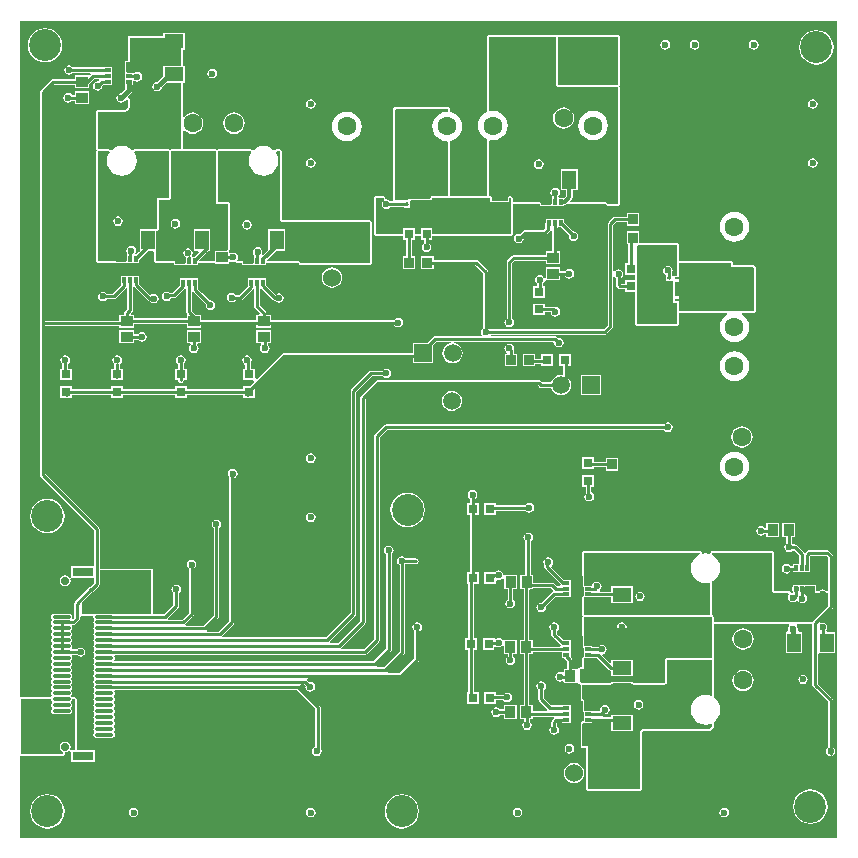
<source format=gtl>
G04*
G04 #@! TF.GenerationSoftware,Altium Limited,Altium Designer,18.0.11 (651)*
G04*
G04 Layer_Physical_Order=1*
G04 Layer_Color=255*
%FSLAX25Y25*%
%MOIN*%
G70*
G01*
G75*
%ADD10C,0.01000*%
%ADD15R,0.06693X0.03937*%
%ADD16R,0.01181X0.01968*%
%ADD17R,0.03150X0.00787*%
%ADD18R,0.00787X0.03150*%
%ADD19R,0.01968X0.01181*%
%ADD20R,0.03937X0.06693*%
%ADD21R,0.03543X0.03937*%
%ADD22R,0.19134X0.13228*%
%ADD23R,0.05512X0.05472*%
%ADD24R,0.05512X0.04528*%
%ADD25R,0.03347X0.03347*%
%ADD26R,0.03150X0.03150*%
%ADD27R,0.03937X0.03543*%
%ADD28R,0.04724X0.06496*%
%ADD29R,0.06496X0.04724*%
%ADD30R,0.07087X0.03150*%
%ADD31O,0.06299X0.01181*%
%ADD32R,0.06299X0.01181*%
%ADD33R,0.04724X0.06299*%
%ADD34R,0.03150X0.03150*%
%ADD35R,0.01181X0.03110*%
%ADD36R,0.01575X0.00984*%
%ADD37R,0.03937X0.04724*%
%ADD38R,0.03110X0.01181*%
%ADD39R,0.00984X0.01575*%
%ADD40R,0.04724X0.03937*%
%ADD41R,0.03347X0.03347*%
%ADD79C,0.01200*%
%ADD80C,0.01500*%
%ADD81R,0.06000X0.06000*%
%ADD82C,0.06000*%
%ADD83R,0.06000X0.06000*%
%ADD84C,0.06299*%
%ADD85R,0.06299X0.06299*%
%ADD86R,0.06299X0.06299*%
%ADD87C,0.02756*%
%ADD88C,0.05906*%
%ADD89R,0.05906X0.05906*%
%ADD90C,0.10630*%
%ADD91C,0.02362*%
G36*
X273959Y1525D02*
X1631Y1525D01*
Y28655D01*
X1969Y28880D01*
X15805D01*
X16007Y28963D01*
X16216Y29027D01*
X16232Y29057D01*
X16263Y29070D01*
X16346Y29271D01*
X16449Y29464D01*
X16487Y29849D01*
X16543Y29890D01*
X17234Y30028D01*
X17613Y30281D01*
X18071Y30281D01*
X18238Y30187D01*
X18433Y30141D01*
X18512Y30109D01*
Y26776D01*
X26386D01*
Y30713D01*
X20333D01*
Y47638D01*
X20143Y48096D01*
X19685Y48285D01*
X18924D01*
X18631Y48705D01*
Y48901D01*
X18848Y49226D01*
X18925Y49610D01*
X18848Y49994D01*
X18631Y50320D01*
Y50869D01*
X18848Y51195D01*
X18925Y51579D01*
X18848Y51963D01*
X18631Y52288D01*
Y52838D01*
X18848Y53163D01*
X18925Y53547D01*
X18848Y53931D01*
X18631Y54257D01*
Y54806D01*
X18848Y55132D01*
X18925Y55516D01*
X18848Y55900D01*
X18631Y56225D01*
Y56775D01*
X18848Y57100D01*
X18925Y57484D01*
X18848Y57868D01*
X18631Y58194D01*
Y58743D01*
X18848Y59069D01*
X18925Y59453D01*
X18848Y59837D01*
X18631Y60162D01*
Y60712D01*
X18848Y61037D01*
X18925Y61421D01*
X18848Y61805D01*
X18733Y61979D01*
X18932Y62455D01*
X18954Y62479D01*
X20372D01*
X20522Y62254D01*
X21043Y61906D01*
X21657Y61784D01*
X22272Y61906D01*
X22793Y62254D01*
X23141Y62775D01*
X23263Y63390D01*
X23141Y64004D01*
X22793Y64525D01*
X22272Y64873D01*
X21657Y64995D01*
X21043Y64873D01*
X20522Y64525D01*
X20372Y64301D01*
X18954D01*
X18932Y64325D01*
X18733Y64801D01*
X18848Y64974D01*
X18925Y65358D01*
X18848Y65742D01*
X18631Y66068D01*
Y66617D01*
X18848Y66943D01*
X18925Y67327D01*
X18848Y67711D01*
X18631Y68036D01*
Y68586D01*
X18848Y68911D01*
X18925Y69295D01*
X18848Y69679D01*
X18631Y70005D01*
Y70554D01*
X18848Y70880D01*
X18925Y71264D01*
X18848Y71648D01*
X18733Y71821D01*
X18932Y72297D01*
X18954Y72321D01*
X19295D01*
X19644Y72390D01*
X19940Y72588D01*
X21117Y73765D01*
X21314Y74061D01*
X21384Y74410D01*
Y75078D01*
X21884Y75404D01*
X22047Y75336D01*
X25861D01*
X25973Y75201D01*
X26049Y74817D01*
X26267Y74491D01*
Y73942D01*
X26049Y73616D01*
X25973Y73232D01*
X26049Y72848D01*
X26267Y72523D01*
Y71973D01*
X26049Y71648D01*
X25973Y71264D01*
X26049Y70880D01*
X26267Y70554D01*
Y70005D01*
X26049Y69679D01*
X25973Y69295D01*
X26049Y68911D01*
X26267Y68586D01*
Y68036D01*
X26049Y67711D01*
X25973Y67327D01*
X26049Y66943D01*
X26267Y66617D01*
Y66068D01*
X26049Y65742D01*
X25973Y65358D01*
X26049Y64974D01*
X26267Y64649D01*
Y64099D01*
X26049Y63774D01*
X25973Y63390D01*
X26049Y63006D01*
X26267Y62680D01*
Y62131D01*
X26049Y61805D01*
X25973Y61421D01*
X26049Y61037D01*
X26267Y60712D01*
Y60162D01*
X26049Y59837D01*
X25973Y59453D01*
X26049Y59069D01*
X26267Y58743D01*
Y58194D01*
X26049Y57868D01*
X25973Y57484D01*
X26049Y57100D01*
X26267Y56775D01*
Y56225D01*
X26049Y55900D01*
X25973Y55516D01*
X26049Y55132D01*
X26267Y54806D01*
Y54257D01*
X26049Y53931D01*
X25973Y53547D01*
X26049Y53163D01*
X26267Y52838D01*
Y52288D01*
X26049Y51963D01*
X25973Y51579D01*
X26049Y51195D01*
X26267Y50869D01*
Y50320D01*
X26049Y49994D01*
X25973Y49610D01*
X26049Y49226D01*
X26267Y48901D01*
Y48351D01*
X26049Y48026D01*
X25973Y47642D01*
X26049Y47258D01*
X26267Y46932D01*
Y46383D01*
X26049Y46057D01*
X25973Y45673D01*
X26049Y45289D01*
X26267Y44964D01*
Y44414D01*
X26049Y44089D01*
X25973Y43705D01*
X26049Y43321D01*
X26267Y42995D01*
Y42446D01*
X26049Y42120D01*
X25973Y41736D01*
X26049Y41352D01*
X26267Y41027D01*
Y40477D01*
X26049Y40152D01*
X25973Y39768D01*
X26049Y39384D01*
X26267Y39058D01*
Y38509D01*
X26049Y38183D01*
X25973Y37799D01*
X26049Y37415D01*
X26267Y37090D01*
Y36540D01*
X26049Y36215D01*
X25973Y35831D01*
X26049Y35447D01*
X26267Y35121D01*
X26592Y34904D01*
X26976Y34827D01*
X32094D01*
X32478Y34904D01*
X32804Y35121D01*
X33022Y35447D01*
X33098Y35831D01*
X33022Y36215D01*
X32804Y36540D01*
Y37090D01*
X33022Y37415D01*
X33098Y37799D01*
X33022Y38183D01*
X32804Y38509D01*
Y39058D01*
X33022Y39384D01*
X33098Y39768D01*
X33022Y40152D01*
X32804Y40477D01*
Y41027D01*
X33022Y41352D01*
X33098Y41736D01*
X33022Y42120D01*
X32804Y42446D01*
Y42995D01*
X33022Y43321D01*
X33098Y43705D01*
X33022Y44089D01*
X32804Y44414D01*
Y44964D01*
X33022Y45289D01*
X33098Y45673D01*
X33022Y46057D01*
X32804Y46383D01*
Y46932D01*
X33022Y47258D01*
X33098Y47642D01*
X33022Y48026D01*
X32804Y48351D01*
Y48901D01*
X33022Y49226D01*
X33098Y49610D01*
X33022Y49994D01*
X32906Y50168D01*
X33105Y50644D01*
X33127Y50668D01*
X93713D01*
X99876Y44504D01*
Y31818D01*
X99779Y31798D01*
X99258Y31450D01*
X98910Y30929D01*
X98788Y30315D01*
X98910Y29700D01*
X99258Y29180D01*
X99779Y28831D01*
X100394Y28709D01*
X101008Y28831D01*
X101529Y29180D01*
X101877Y29700D01*
X101999Y30315D01*
X101877Y30929D01*
X101699Y31197D01*
Y44882D01*
X101629Y45231D01*
X101432Y45526D01*
X94822Y52136D01*
X94905Y52475D01*
X95015Y52636D01*
X96075D01*
X96675Y52036D01*
X96623Y51772D01*
X96745Y51157D01*
X97093Y50636D01*
X97614Y50288D01*
X98228Y50166D01*
X98843Y50288D01*
X99364Y50636D01*
X99712Y51157D01*
X99834Y51772D01*
X99712Y52386D01*
X99364Y52907D01*
X98843Y53255D01*
X98228Y53377D01*
X97964Y53325D01*
X97184Y54105D01*
X97268Y54443D01*
X97377Y54605D01*
X128350D01*
X128699Y54674D01*
X128995Y54871D01*
X134306Y60182D01*
X134503Y60478D01*
X134573Y60827D01*
Y70237D01*
X134994Y70518D01*
X135342Y71039D01*
X135464Y71653D01*
X135342Y72268D01*
X134994Y72789D01*
X134473Y73137D01*
X133858Y73259D01*
X133244Y73137D01*
X132723Y72789D01*
X132375Y72268D01*
X132253Y71653D01*
X132375Y71039D01*
X132723Y70518D01*
X132750Y70500D01*
Y61204D01*
X127973Y56427D01*
X124156D01*
X124047Y56588D01*
X123964Y56927D01*
X129592Y62555D01*
X129789Y62850D01*
X129859Y63199D01*
Y92554D01*
X129876Y92565D01*
X130025Y92790D01*
X133465D01*
X133813Y92859D01*
X134109Y93056D01*
X134306Y93352D01*
X134376Y93701D01*
X134306Y94050D01*
X134109Y94345D01*
X133813Y94543D01*
X133465Y94612D01*
X130025D01*
X129876Y94836D01*
X129355Y95184D01*
X128740Y95306D01*
X128126Y95184D01*
X127605Y94836D01*
X127257Y94315D01*
X127135Y93701D01*
X127257Y93086D01*
X127605Y92565D01*
X128036Y92277D01*
Y63577D01*
X122855Y58395D01*
X120613D01*
X120504Y58557D01*
X120420Y58895D01*
X125054Y63529D01*
X125251Y63824D01*
X125321Y64173D01*
Y95959D01*
X125545Y96109D01*
X125893Y96630D01*
X126015Y97244D01*
X125893Y97859D01*
X125545Y98379D01*
X125024Y98728D01*
X124409Y98850D01*
X123795Y98728D01*
X123274Y98379D01*
X122926Y97859D01*
X122804Y97244D01*
X122926Y96630D01*
X123274Y96109D01*
X123498Y95959D01*
Y64551D01*
X119311Y60364D01*
X33127D01*
X33105Y60388D01*
X32906Y60864D01*
X33022Y61037D01*
X33098Y61421D01*
X33022Y61805D01*
X32906Y61979D01*
X33105Y62455D01*
X33127Y62479D01*
X116539D01*
X116888Y62548D01*
X117184Y62745D01*
X121117Y66679D01*
X121314Y66974D01*
X121384Y67323D01*
Y135056D01*
X123749Y137421D01*
X216181D01*
X216331Y137197D01*
X216851Y136849D01*
X217466Y136726D01*
X218080Y136849D01*
X218601Y137197D01*
X218949Y137718D01*
X219072Y138332D01*
X218949Y138946D01*
X218601Y139467D01*
X218080Y139815D01*
X217466Y139938D01*
X216851Y139815D01*
X216331Y139467D01*
X216181Y139243D01*
X123371D01*
X123023Y139174D01*
X122727Y138976D01*
X119828Y136077D01*
X119631Y135782D01*
X119561Y135433D01*
Y67700D01*
X116162Y64301D01*
X108802D01*
X108693Y64462D01*
X108609Y64801D01*
X116393Y72585D01*
X116591Y72880D01*
X116660Y73229D01*
Y147655D01*
X121244Y152239D01*
X174031D01*
X174552Y151718D01*
X174848Y151521D01*
X175197Y151451D01*
X178488D01*
X178809Y150675D01*
X179346Y149976D01*
X180045Y149439D01*
X180859Y149102D01*
X181733Y148987D01*
X182606Y149102D01*
X183420Y149439D01*
X184119Y149976D01*
X184656Y150675D01*
X184993Y151489D01*
X185108Y152363D01*
X184993Y153236D01*
X184656Y154050D01*
X184244Y154587D01*
Y158740D01*
X185039D01*
Y162677D01*
X181102D01*
Y158740D01*
X182421D01*
Y156026D01*
X182045Y155697D01*
X181733Y155738D01*
X180859Y155623D01*
X180045Y155286D01*
X179346Y154749D01*
X178809Y154050D01*
X178488Y153274D01*
X175574D01*
X175053Y153795D01*
X174758Y153992D01*
X174409Y154061D01*
X120867D01*
X120518Y153992D01*
X120222Y153795D01*
X115104Y148677D01*
X114907Y148381D01*
X114838Y148032D01*
Y73606D01*
X107500Y66269D01*
X104865D01*
X104756Y66431D01*
X104672Y66769D01*
X113243Y75340D01*
X113440Y75635D01*
X113510Y75984D01*
Y150016D01*
X118881Y155388D01*
X122337D01*
X122487Y155164D01*
X123008Y154816D01*
X123622Y154694D01*
X124237Y154816D01*
X124757Y155164D01*
X125106Y155685D01*
X125228Y156299D01*
X125106Y156914D01*
X124757Y157435D01*
X124237Y157783D01*
X123622Y157905D01*
X123008Y157783D01*
X122487Y157435D01*
X122337Y157210D01*
X118504D01*
X118155Y157141D01*
X117860Y156944D01*
X111954Y151038D01*
X111757Y150742D01*
X111687Y150394D01*
Y76362D01*
X103563Y68238D01*
X69038D01*
X68929Y68399D01*
X68845Y68738D01*
X72692Y72584D01*
X72889Y72880D01*
X72958Y73228D01*
Y121332D01*
X73055Y121351D01*
X73576Y121699D01*
X73924Y122220D01*
X74047Y122835D01*
X73924Y123449D01*
X73576Y123970D01*
X73055Y124318D01*
X72441Y124440D01*
X71826Y124318D01*
X71306Y123970D01*
X70957Y123449D01*
X70835Y122835D01*
X70957Y122220D01*
X71136Y121953D01*
Y73606D01*
X67737Y70206D01*
X63920D01*
X63811Y70368D01*
X63727Y70706D01*
X67573Y74553D01*
X67771Y74848D01*
X67840Y75197D01*
Y104620D01*
X68064Y104770D01*
X68413Y105291D01*
X68535Y105905D01*
X68413Y106520D01*
X68064Y107041D01*
X67544Y107389D01*
X66929Y107511D01*
X66315Y107389D01*
X65794Y107041D01*
X65446Y106520D01*
X65324Y105905D01*
X65446Y105291D01*
X65794Y104770D01*
X66018Y104620D01*
Y75574D01*
X62618Y72175D01*
X56833D01*
X56724Y72336D01*
X56641Y72675D01*
X59306Y75340D01*
X59503Y75635D01*
X59573Y75984D01*
Y91234D01*
X59797Y91384D01*
X60145Y91905D01*
X60267Y92520D01*
X60145Y93134D01*
X59797Y93655D01*
X59276Y94003D01*
X58661Y94125D01*
X58047Y94003D01*
X57526Y93655D01*
X57178Y93134D01*
X57056Y92520D01*
X57178Y91905D01*
X57526Y91384D01*
X57750Y91234D01*
Y76362D01*
X55532Y74143D01*
X50942D01*
X50735Y74643D01*
X54188Y78096D01*
X54385Y78391D01*
X54454Y78740D01*
Y82967D01*
X54679Y83117D01*
X55027Y83637D01*
X55149Y84252D01*
X55027Y84866D01*
X54679Y85387D01*
X54158Y85735D01*
X53543Y85858D01*
X52929Y85735D01*
X52408Y85387D01*
X52060Y84866D01*
X51938Y84252D01*
X52060Y83637D01*
X52408Y83117D01*
X52632Y82967D01*
Y79118D01*
X49515Y76000D01*
X45923D01*
Y90551D01*
X45734Y91009D01*
X45276Y91199D01*
X28003D01*
Y104404D01*
X27934Y104753D01*
X27736Y105048D01*
X9966Y122818D01*
Y172034D01*
X34646D01*
Y171547D01*
X39370D01*
Y172801D01*
X57087D01*
Y171547D01*
X61811D01*
Y172292D01*
X80315D01*
Y171547D01*
X85039D01*
Y172292D01*
X126274D01*
X126424Y172068D01*
X126945Y171720D01*
X127559Y171598D01*
X128173Y171720D01*
X128694Y172068D01*
X129042Y172589D01*
X129165Y173203D01*
X129042Y173818D01*
X128694Y174339D01*
X128173Y174687D01*
X127559Y174809D01*
X126945Y174687D01*
X126424Y174339D01*
X126274Y174114D01*
X85039D01*
Y175878D01*
X83588D01*
Y176378D01*
X83519Y176727D01*
X83321Y177022D01*
X81423Y178921D01*
Y184403D01*
X81584Y184512D01*
X81923Y184596D01*
X85773Y180745D01*
X86069Y180548D01*
X86417Y180479D01*
X86510D01*
X86660Y180254D01*
X87181Y179906D01*
X87795Y179784D01*
X88410Y179906D01*
X88931Y180254D01*
X89279Y180775D01*
X89401Y181390D01*
X89279Y182004D01*
X88931Y182525D01*
X88410Y182873D01*
X87795Y182995D01*
X87181Y182873D01*
X86660Y182525D01*
X86579Y182517D01*
X86025Y183071D01*
X83465Y185631D01*
Y187886D01*
X81996D01*
X81496Y187886D01*
D01*
X81496D01*
X81496D01*
Y187886D01*
X77559D01*
Y185434D01*
X75196Y183071D01*
X74532Y182407D01*
X73332D01*
X73183Y182631D01*
X72662Y182980D01*
X72047Y183102D01*
X71433Y182980D01*
X70912Y182631D01*
X70564Y182111D01*
X70442Y181496D01*
X70564Y180882D01*
X70912Y180361D01*
X71433Y180013D01*
X72047Y179890D01*
X72662Y180013D01*
X73183Y180361D01*
X73332Y180585D01*
X74909D01*
X75258Y180654D01*
X75554Y180852D01*
X79101Y184399D01*
X79439Y184315D01*
X79601Y184206D01*
Y178543D01*
X79670Y178195D01*
X79868Y177899D01*
X81388Y176378D01*
X81181Y175878D01*
X80315D01*
Y174114D01*
X61811D01*
Y175878D01*
X59950D01*
X58785Y177043D01*
Y183222D01*
X58947Y183331D01*
X59285Y183414D01*
X63408Y179292D01*
X63355Y179028D01*
X63477Y178413D01*
X63825Y177892D01*
X64346Y177544D01*
X64961Y177422D01*
X65575Y177544D01*
X66096Y177892D01*
X66444Y178413D01*
X66566Y179028D01*
X66444Y179642D01*
X66096Y180163D01*
X65575Y180511D01*
X64961Y180633D01*
X64696Y180581D01*
X62206Y183071D01*
X60754Y184523D01*
Y185130D01*
X60827D01*
Y187886D01*
X58858D01*
Y187886D01*
X58858D01*
X58858D01*
Y187886D01*
X54921D01*
Y185650D01*
X52466Y183195D01*
X51275D01*
X51008Y183373D01*
X50394Y183495D01*
X49779Y183373D01*
X49258Y183025D01*
X48910Y182504D01*
X48788Y181890D01*
X48910Y181275D01*
X49258Y180754D01*
X49779Y180406D01*
X50394Y180284D01*
X51008Y180406D01*
X51529Y180754D01*
X51877Y181275D01*
X51896Y181372D01*
X52843D01*
X53192Y181442D01*
X53487Y181639D01*
X56463Y184615D01*
X56801Y184531D01*
X56963Y184422D01*
Y176665D01*
X57025Y176353D01*
X57087Y175878D01*
X57087Y175878D01*
X57087Y175878D01*
Y174624D01*
X39370D01*
Y175878D01*
X38610D01*
X38403Y176378D01*
X38833Y176809D01*
X39031Y177104D01*
X39100Y177453D01*
Y184797D01*
X39262Y184906D01*
X39600Y184989D01*
X44041Y180549D01*
X44336Y180351D01*
X44685Y180282D01*
X44778D01*
X44928Y180058D01*
X45448Y179709D01*
X46063Y179587D01*
X46678Y179709D01*
X47198Y180058D01*
X47546Y180578D01*
X47669Y181193D01*
X47546Y181807D01*
X47198Y182328D01*
X46678Y182676D01*
X46063Y182799D01*
X45448Y182676D01*
X44928Y182328D01*
X44846Y182320D01*
X41142Y186025D01*
Y188673D01*
X39173D01*
Y188673D01*
X39173D01*
X39173D01*
Y188673D01*
X35236D01*
Y185917D01*
X35010Y185511D01*
D01*
X32601Y183102D01*
X32300Y182801D01*
X30419D01*
X30269Y183025D01*
X29748Y183373D01*
X29134Y183495D01*
X28519Y183373D01*
X27999Y183025D01*
X27650Y182504D01*
X27528Y181890D01*
X27650Y181275D01*
X27999Y180754D01*
X28519Y180406D01*
X29134Y180284D01*
X29748Y180406D01*
X30269Y180754D01*
X30419Y180979D01*
X32677D01*
X33026Y181048D01*
X33321Y181245D01*
X36778Y184702D01*
X37117Y184618D01*
X37278Y184509D01*
Y177830D01*
X36364Y176916D01*
X36166Y176620D01*
X36097Y176272D01*
Y175878D01*
X34646D01*
Y173856D01*
X9966D01*
Y249623D01*
X12870Y252526D01*
X19685D01*
Y251272D01*
X24409D01*
Y252785D01*
X24421Y252793D01*
X26123Y254494D01*
X27816D01*
X27926Y254333D01*
X28009Y253994D01*
X27627Y253612D01*
X27362Y253665D01*
X26748Y253542D01*
X26227Y253194D01*
X25879Y252674D01*
X25757Y252059D01*
X25879Y251445D01*
X26227Y250924D01*
X26748Y250576D01*
X27362Y250453D01*
X27977Y250576D01*
X28498Y250924D01*
X28846Y251445D01*
X28968Y252059D01*
X28962Y252090D01*
X29141Y252302D01*
X29384Y252453D01*
X32087D01*
Y253921D01*
X32087Y254421D01*
D01*
Y254421D01*
Y254421D01*
X32087D01*
Y254921D01*
Y258358D01*
X29331D01*
Y258285D01*
X19108D01*
X18958Y258509D01*
X18437Y258857D01*
X17823Y258980D01*
X17208Y258857D01*
X16687Y258509D01*
X16339Y257989D01*
X16217Y257374D01*
X16339Y256760D01*
X16687Y256239D01*
X17208Y255891D01*
X17823Y255768D01*
X18437Y255891D01*
X18958Y256239D01*
X19108Y256463D01*
X24822D01*
X24931Y256301D01*
X25014Y255963D01*
X24841Y255790D01*
X24409Y255602D01*
Y255602D01*
X24409Y255602D01*
X19685D01*
Y254348D01*
X12492D01*
X12143Y254279D01*
X11848Y254081D01*
X8411Y250644D01*
X8213Y250349D01*
X8144Y250000D01*
Y172945D01*
Y122441D01*
X8213Y122092D01*
X8411Y121797D01*
X26181Y104026D01*
Y92130D01*
X18512D01*
X18512Y88649D01*
Y88581D01*
X18498Y88347D01*
X18012Y88200D01*
X17821Y88486D01*
X17234Y88877D01*
X16543Y89015D01*
X15852Y88877D01*
X15266Y88486D01*
X14874Y87900D01*
X14737Y87209D01*
X14874Y86517D01*
X15266Y85931D01*
X15852Y85540D01*
X16543Y85402D01*
X17234Y85540D01*
X17821Y85931D01*
X18212Y86517D01*
X18350Y87209D01*
X18243Y87747D01*
X18230Y87810D01*
X18489Y88100D01*
X18618Y88193D01*
X18938Y88193D01*
X26181D01*
Y86305D01*
X25089Y85213D01*
X24937Y85183D01*
X24642Y84985D01*
X19828Y80172D01*
X19631Y79876D01*
X19561Y79527D01*
Y74787D01*
X19165Y74391D01*
X18777Y74710D01*
X18848Y74817D01*
X18925Y75201D01*
X18848Y75585D01*
X18631Y75910D01*
X18305Y76128D01*
X17921Y76204D01*
X12803D01*
X12419Y76128D01*
X12094Y75910D01*
X11876Y75585D01*
X11800Y75201D01*
X11876Y74817D01*
X12094Y74491D01*
Y73942D01*
X11876Y73616D01*
X11800Y73232D01*
X11876Y72848D01*
X12094Y72523D01*
Y71973D01*
X11876Y71648D01*
X11800Y71264D01*
X11876Y70880D01*
X12094Y70554D01*
Y70005D01*
X11876Y69679D01*
X11800Y69295D01*
X11876Y68911D01*
X12094Y68586D01*
Y68036D01*
X11876Y67711D01*
X11800Y67327D01*
X11876Y66943D01*
X12094Y66617D01*
Y66068D01*
X11876Y65742D01*
X11800Y65358D01*
X11876Y64974D01*
X12094Y64649D01*
Y64099D01*
X11876Y63774D01*
X11800Y63390D01*
X11876Y63006D01*
X12094Y62680D01*
Y62131D01*
X11876Y61805D01*
X11800Y61421D01*
X11876Y61037D01*
X12094Y60712D01*
Y60162D01*
X11876Y59837D01*
X11800Y59453D01*
X11876Y59069D01*
X12094Y58743D01*
Y58194D01*
X11876Y57868D01*
X11800Y57484D01*
X11876Y57100D01*
X12094Y56775D01*
Y56225D01*
X11876Y55900D01*
X11800Y55516D01*
X11876Y55132D01*
X12094Y54806D01*
Y54257D01*
X11876Y53931D01*
X11800Y53547D01*
X11876Y53163D01*
X12094Y52838D01*
Y52288D01*
X11876Y51963D01*
X11800Y51579D01*
X11876Y51195D01*
X12094Y50869D01*
Y50320D01*
X11876Y49994D01*
X11800Y49610D01*
X11876Y49226D01*
X12094Y48901D01*
Y48705D01*
X12028Y48612D01*
X11621Y48285D01*
X1969D01*
X1631Y48511D01*
Y273853D01*
X273959Y273853D01*
X273959Y1525D01*
D02*
G37*
G36*
X45276Y76000D02*
X32669D01*
X32478Y76128D01*
X32094Y76204D01*
X26976D01*
X26592Y76128D01*
X26377Y75984D01*
X22047D01*
Y79814D01*
X25482Y83249D01*
X25635Y83279D01*
X25930Y83477D01*
X27736Y85283D01*
X27934Y85579D01*
X28003Y85927D01*
Y90551D01*
X45276D01*
Y76000D01*
D02*
G37*
G36*
X19685Y30713D02*
X18618D01*
X18489Y30806D01*
X18230Y31096D01*
X18350Y31697D01*
X18212Y32388D01*
X17821Y32974D01*
X17234Y33366D01*
X16543Y33503D01*
X15852Y33366D01*
X15266Y32974D01*
X14874Y32388D01*
X14737Y31697D01*
X14874Y31006D01*
X15266Y30419D01*
X15852Y30028D01*
X15854Y30028D01*
X15805Y29528D01*
X1969D01*
Y47638D01*
X11800D01*
X11876Y47258D01*
X12094Y46932D01*
Y46383D01*
X11876Y46057D01*
X11800Y45673D01*
X11876Y45289D01*
X12094Y44964D01*
Y44414D01*
X11876Y44089D01*
X11800Y43705D01*
X11876Y43321D01*
X12094Y42995D01*
X12419Y42778D01*
X12803Y42701D01*
X17921D01*
X18305Y42778D01*
X18631Y42995D01*
X18848Y43321D01*
X18925Y43705D01*
X18848Y44089D01*
X18631Y44414D01*
Y44964D01*
X18848Y45289D01*
X18925Y45673D01*
X18848Y46057D01*
X18631Y46383D01*
Y46932D01*
X18848Y47258D01*
X18924Y47638D01*
X19685D01*
Y30713D01*
D02*
G37*
%LPC*%
G36*
X54656Y269871D02*
X54537Y269822D01*
X54408D01*
X54317Y269730D01*
X54208Y269685D01*
X49114D01*
Y268758D01*
X38049D01*
X37591Y268568D01*
X37402Y268110D01*
Y260327D01*
X36417D01*
Y258358D01*
Y254421D01*
X36417D01*
Y254421D01*
X36417D01*
Y252453D01*
X36629D01*
Y251072D01*
X35188Y249631D01*
X34628Y249519D01*
X34107Y249171D01*
X33759Y248650D01*
X33637Y248036D01*
X33759Y247421D01*
X34107Y246901D01*
X34628Y246552D01*
X35242Y246430D01*
X35857Y246552D01*
X36378Y246901D01*
X36577Y247199D01*
X36726Y247421D01*
X36764Y247616D01*
X36902Y247692D01*
X37402Y247400D01*
Y244882D01*
X36614Y244094D01*
X27559D01*
X27101Y243905D01*
X26911Y243447D01*
Y230963D01*
X27046Y230639D01*
X26911Y230315D01*
Y193561D01*
X27101Y193103D01*
X27559Y192913D01*
X37205D01*
X37423Y193004D01*
X39173D01*
Y193004D01*
X39673Y193004D01*
X41142D01*
Y193933D01*
X44248Y197039D01*
X45887D01*
X46238Y196684D01*
X46209Y193923D01*
X46210Y193922D01*
X46209Y193920D01*
X46302Y193692D01*
X46394Y193463D01*
X46396Y193463D01*
X46396Y193461D01*
X46748Y193105D01*
X46750Y193105D01*
X46751Y193103D01*
X46978Y193009D01*
X47205Y192913D01*
X47207Y192914D01*
X47208Y192913D01*
X52953D01*
Y192217D01*
X58858D01*
Y192217D01*
Y192217D01*
X58858D01*
X58858D01*
D01*
Y192217D01*
X60827D01*
Y192570D01*
Y192913D01*
X61319D01*
X61327Y192917D01*
X61335Y192913D01*
X66536D01*
Y192807D01*
X71260D01*
Y192913D01*
Y193398D01*
X71760Y193665D01*
X72023Y193489D01*
X72638Y193367D01*
X73252Y193489D01*
X73532Y193419D01*
X73619Y193256D01*
X73695Y193194D01*
X73732Y193103D01*
X73879Y193042D01*
X74002Y192941D01*
X74100Y192951D01*
X74190Y192913D01*
X75591D01*
Y192217D01*
X81496D01*
Y192217D01*
X81496D01*
Y192217D01*
X83465D01*
Y192549D01*
Y192913D01*
X94488D01*
Y192785D01*
X94538Y192666D01*
X94629Y192574D01*
X94678Y192455D01*
X94797Y192406D01*
X94888Y192315D01*
X95017D01*
X95136Y192266D01*
X118110D01*
X118568Y192455D01*
X118758Y192913D01*
Y206693D01*
X118568Y207151D01*
X118110Y207341D01*
X89245D01*
X88837Y207749D01*
Y230315D01*
X88647Y230773D01*
X88189Y230963D01*
X87008D01*
X86908Y230921D01*
X86800Y230928D01*
X86687Y230830D01*
X86550Y230773D01*
X86091Y230757D01*
X85973Y230812D01*
X85159Y231436D01*
X83962Y231932D01*
X82677Y232102D01*
X81393Y231932D01*
X80195Y231436D01*
X79381Y230812D01*
X79264Y230757D01*
X78805Y230773D01*
X78667Y230830D01*
X78555Y230928D01*
X78447Y230921D01*
X78347Y230963D01*
X67577D01*
X67253Y230828D01*
X66929Y230963D01*
X55766D01*
Y237302D01*
X56266Y237472D01*
X56528Y237130D01*
X57268Y236562D01*
X58130Y236205D01*
X59055Y236084D01*
X59980Y236205D01*
X60842Y236562D01*
X61582Y237130D01*
X62150Y237871D01*
X62507Y238733D01*
X62629Y239657D01*
X62507Y240582D01*
X62150Y241444D01*
X61582Y242185D01*
X60842Y242753D01*
X59980Y243110D01*
X59055Y243231D01*
X58130Y243110D01*
X57268Y242753D01*
X56528Y242185D01*
X56266Y241843D01*
X55766Y242013D01*
Y253150D01*
X56398D01*
Y258661D01*
X55766D01*
Y264173D01*
X56398D01*
Y269685D01*
X55234D01*
X54904Y269822D01*
X54775D01*
X54656Y269871D01*
D02*
G37*
G36*
X200787Y269152D02*
X180709D01*
X180385Y269018D01*
X180061Y269152D01*
X157874Y269152D01*
X157416Y268962D01*
X157226Y268504D01*
X157226Y244046D01*
X157235Y244025D01*
X157228Y244003D01*
X157242Y243975D01*
X157141Y243525D01*
X157013Y243341D01*
X157002Y243335D01*
X156573Y243157D01*
X155545Y242368D01*
X154756Y241340D01*
X154261Y240143D01*
X154091Y238858D01*
X154261Y237574D01*
X154756Y236376D01*
X155545Y235348D01*
X156573Y234559D01*
X157002Y234382D01*
X157013Y234376D01*
X157141Y234191D01*
X157242Y233741D01*
X157228Y233713D01*
X157235Y233692D01*
X157226Y233671D01*
X157226Y215215D01*
X144742Y215215D01*
Y233438D01*
X144912Y233604D01*
X145153Y233776D01*
X145182Y233780D01*
X146379Y234276D01*
X147407Y235065D01*
X148196Y236093D01*
X148692Y237290D01*
X148861Y238575D01*
X148692Y239860D01*
X148196Y241057D01*
X147407Y242085D01*
X146379Y242874D01*
X145182Y243369D01*
X145153Y243373D01*
X144912Y243546D01*
X144742Y243711D01*
Y244488D01*
X144553Y244946D01*
X144095Y245136D01*
X126772D01*
X126314Y244946D01*
X125920Y244552D01*
X125730Y244094D01*
Y214173D01*
X125760Y214100D01*
X125426Y213600D01*
X124907D01*
X124757Y213824D01*
X124237Y214172D01*
X123622Y214295D01*
X123467Y214264D01*
X123318Y214755D01*
X123217Y214878D01*
X123156Y215025D01*
X123065Y215062D01*
X123003Y215138D01*
X122845Y215154D01*
X122698Y215215D01*
X120079D01*
X119621Y215025D01*
X119431Y214567D01*
X119431Y202756D01*
X119621Y202298D01*
X120079Y202108D01*
X129134D01*
Y200681D01*
X130191D01*
Y195268D01*
X129134D01*
Y191134D01*
X133268D01*
Y195268D01*
X132014D01*
Y200681D01*
X133071D01*
Y202108D01*
X135039D01*
Y200681D01*
X136097D01*
Y199604D01*
X135872Y199454D01*
X135524Y198933D01*
X135402Y198319D01*
X135524Y197705D01*
X135872Y197184D01*
X136393Y196835D01*
X137008Y196713D01*
X137622Y196835D01*
X138143Y197184D01*
X138491Y197705D01*
X138614Y198319D01*
X138491Y198933D01*
X138143Y199454D01*
X137919Y199604D01*
Y200681D01*
X138976D01*
Y202108D01*
X165157D01*
X165615Y202298D01*
X165805Y202756D01*
Y203104D01*
X165805Y212598D01*
X174803D01*
Y212008D01*
X180709D01*
Y212008D01*
X180709D01*
Y212008D01*
X182677D01*
Y212373D01*
X183071D01*
X183459Y212450D01*
X183625Y212561D01*
X183681Y212598D01*
X183787Y212669D01*
X184048Y212930D01*
X184559Y212788D01*
X184678Y212739D01*
X184769Y212648D01*
X184898D01*
X185017Y212598D01*
X196850D01*
Y212470D01*
X196900Y212351D01*
X196991Y212259D01*
X197040Y212140D01*
X197159Y212091D01*
X197250Y212000D01*
X197379D01*
X197498Y211951D01*
X200787D01*
X201245Y212140D01*
X201435Y212598D01*
X201435Y251714D01*
X201301Y252038D01*
X201435Y252362D01*
Y268504D01*
X201245Y268962D01*
X200787Y269152D01*
D02*
G37*
G36*
X246063Y267354D02*
X245448Y267231D01*
X244928Y266883D01*
X244580Y266363D01*
X244457Y265748D01*
X244580Y265134D01*
X244928Y264613D01*
X245448Y264265D01*
X246063Y264142D01*
X246677Y264265D01*
X247198Y264613D01*
X247546Y265134D01*
X247669Y265748D01*
X247546Y266363D01*
X247198Y266883D01*
X246677Y267231D01*
X246063Y267354D01*
D02*
G37*
G36*
X226378D02*
X225764Y267231D01*
X225243Y266883D01*
X224894Y266363D01*
X224772Y265748D01*
X224894Y265134D01*
X225243Y264613D01*
X225764Y264265D01*
X226378Y264142D01*
X226992Y264265D01*
X227513Y264613D01*
X227861Y265134D01*
X227984Y265748D01*
X227861Y266363D01*
X227513Y266883D01*
X226992Y267231D01*
X226378Y267354D01*
D02*
G37*
G36*
X216535D02*
X215921Y267231D01*
X215400Y266883D01*
X215052Y266363D01*
X214930Y265748D01*
X215052Y265134D01*
X215400Y264613D01*
X215921Y264265D01*
X216535Y264142D01*
X217150Y264265D01*
X217671Y264613D01*
X218019Y265134D01*
X218141Y265748D01*
X218019Y266363D01*
X217671Y266883D01*
X217150Y267231D01*
X216535Y267354D01*
D02*
G37*
G36*
X9843Y271400D02*
X8352Y271203D01*
X6964Y270628D01*
X5771Y269713D01*
X4856Y268521D01*
X4281Y267132D01*
X4085Y265642D01*
X4281Y264152D01*
X4856Y262763D01*
X5771Y261570D01*
X6964Y260655D01*
X8352Y260080D01*
X9843Y259884D01*
X11333Y260080D01*
X12721Y260655D01*
X13914Y261570D01*
X14829Y262763D01*
X15404Y264152D01*
X15600Y265642D01*
X15404Y267132D01*
X14829Y268521D01*
X13914Y269713D01*
X12721Y270628D01*
X11333Y271203D01*
X9843Y271400D01*
D02*
G37*
G36*
X266929Y270719D02*
X265439Y270522D01*
X264050Y269947D01*
X262858Y269032D01*
X261943Y267840D01*
X261367Y266451D01*
X261171Y264961D01*
X261367Y263470D01*
X261943Y262082D01*
X262858Y260889D01*
X264050Y259974D01*
X265439Y259399D01*
X266929Y259203D01*
X268419Y259399D01*
X269808Y259974D01*
X271001Y260889D01*
X271916Y262082D01*
X272491Y263470D01*
X272687Y264961D01*
X272491Y266451D01*
X271916Y267840D01*
X271001Y269032D01*
X269808Y269947D01*
X268419Y270522D01*
X266929Y270719D01*
D02*
G37*
G36*
X65551Y257799D02*
X64937Y257676D01*
X64416Y257328D01*
X64068Y256807D01*
X63946Y256193D01*
X64068Y255578D01*
X64416Y255058D01*
X64937Y254710D01*
X65551Y254587D01*
X66166Y254710D01*
X66686Y255058D01*
X67035Y255578D01*
X67157Y256193D01*
X67035Y256807D01*
X66686Y257328D01*
X66166Y257676D01*
X65551Y257799D01*
D02*
G37*
G36*
X24409Y250287D02*
X19685D01*
Y249033D01*
X18805D01*
X18655Y249257D01*
X18134Y249605D01*
X17520Y249728D01*
X16905Y249605D01*
X16384Y249257D01*
X16036Y248737D01*
X15914Y248122D01*
X16036Y247508D01*
X16384Y246987D01*
X16905Y246639D01*
X17520Y246516D01*
X18134Y246639D01*
X18655Y246987D01*
X18805Y247211D01*
X19685D01*
Y245957D01*
X24409D01*
Y250287D01*
D02*
G37*
G36*
X265748Y247669D02*
X265134Y247546D01*
X264613Y247198D01*
X264265Y246677D01*
X264142Y246063D01*
X264265Y245448D01*
X264613Y244928D01*
X265134Y244580D01*
X265748Y244457D01*
X266363Y244580D01*
X266883Y244928D01*
X267231Y245448D01*
X267354Y246063D01*
X267231Y246677D01*
X266883Y247198D01*
X266363Y247546D01*
X265748Y247669D01*
D02*
G37*
G36*
X98425D02*
X97811Y247546D01*
X97290Y247198D01*
X96942Y246677D01*
X96820Y246063D01*
X96942Y245448D01*
X97290Y244928D01*
X97811Y244580D01*
X98425Y244457D01*
X99040Y244580D01*
X99561Y244928D01*
X99909Y245448D01*
X100031Y246063D01*
X99909Y246677D01*
X99561Y247198D01*
X99040Y247546D01*
X98425Y247669D01*
D02*
G37*
G36*
X72835Y243231D02*
X71910Y243110D01*
X71048Y242753D01*
X70308Y242185D01*
X69740Y241444D01*
X69383Y240582D01*
X69261Y239657D01*
X69383Y238733D01*
X69740Y237871D01*
X70308Y237130D01*
X71048Y236562D01*
X71910Y236205D01*
X72835Y236084D01*
X73760Y236205D01*
X74622Y236562D01*
X75362Y237130D01*
X75930Y237871D01*
X76287Y238733D01*
X76409Y239657D01*
X76287Y240582D01*
X75930Y241444D01*
X75362Y242185D01*
X74622Y242753D01*
X73760Y243110D01*
X72835Y243231D01*
D02*
G37*
G36*
X110433Y243539D02*
X109148Y243369D01*
X107951Y242874D01*
X106923Y242085D01*
X106134Y241057D01*
X105639Y239860D01*
X105469Y238575D01*
X105639Y237290D01*
X106134Y236093D01*
X106923Y235065D01*
X107951Y234276D01*
X109148Y233780D01*
X110433Y233611D01*
X111718Y233780D01*
X112915Y234276D01*
X113943Y235065D01*
X114732Y236093D01*
X115228Y237290D01*
X115397Y238575D01*
X115228Y239860D01*
X114732Y241057D01*
X113943Y242085D01*
X112915Y242874D01*
X111718Y243369D01*
X110433Y243539D01*
D02*
G37*
G36*
X265748Y227984D02*
X265134Y227861D01*
X264613Y227513D01*
X264265Y226992D01*
X264142Y226378D01*
X264265Y225764D01*
X264613Y225243D01*
X265134Y224894D01*
X265748Y224772D01*
X266363Y224894D01*
X266883Y225243D01*
X267231Y225764D01*
X267354Y226378D01*
X267231Y226992D01*
X266883Y227513D01*
X266363Y227861D01*
X265748Y227984D01*
D02*
G37*
G36*
X98425D02*
X97811Y227861D01*
X97290Y227513D01*
X96942Y226992D01*
X96820Y226378D01*
X96942Y225764D01*
X97290Y225243D01*
X97811Y224894D01*
X98425Y224772D01*
X99040Y224894D01*
X99561Y225243D01*
X99909Y225764D01*
X100031Y226378D01*
X99909Y226992D01*
X99561Y227513D01*
X99040Y227861D01*
X98425Y227984D01*
D02*
G37*
G36*
X207972Y209659D02*
X203838D01*
Y208503D01*
X199718D01*
X199369Y208434D01*
X199073Y208236D01*
X197669Y206832D01*
X197472Y206537D01*
X197403Y206188D01*
Y172313D01*
X196079Y170990D01*
X157978D01*
X157828Y171214D01*
X157604Y171364D01*
Y190157D01*
X157535Y190506D01*
X157337Y190802D01*
X154294Y193845D01*
X153998Y194043D01*
X153650Y194112D01*
X139370D01*
Y195268D01*
X135236D01*
Y191134D01*
X139370D01*
Y192290D01*
X153272D01*
X155782Y189780D01*
Y171364D01*
X155558Y171214D01*
X155210Y170693D01*
X155087Y170079D01*
X155210Y169464D01*
X155434Y169128D01*
X155198Y168628D01*
X139764D01*
X139415Y168558D01*
X139120Y168361D01*
X137097Y166339D01*
X132323D01*
Y163116D01*
X89528D01*
X89179Y163047D01*
X88883Y162849D01*
X80421Y154387D01*
X79921Y154594D01*
Y157874D01*
X78470D01*
Y159748D01*
X78649Y160015D01*
X78771Y160630D01*
X78649Y161244D01*
X78301Y161765D01*
X77780Y162113D01*
X77165Y162236D01*
X76551Y162113D01*
X76030Y161765D01*
X75682Y161244D01*
X75560Y160630D01*
X75682Y160015D01*
X76030Y159495D01*
X76551Y159146D01*
X76648Y159127D01*
Y157874D01*
X75984D01*
Y153937D01*
X79264D01*
X79471Y153437D01*
X78003Y151969D01*
X75984D01*
Y150911D01*
X57087D01*
Y151969D01*
X53150D01*
Y150911D01*
X35827D01*
Y151969D01*
X31890D01*
Y150911D01*
X18898D01*
Y151969D01*
X14961D01*
Y148031D01*
X18898D01*
Y149089D01*
X31890D01*
Y148031D01*
X35827D01*
Y149089D01*
X53150D01*
Y148031D01*
X57087D01*
Y149089D01*
X75984D01*
Y148031D01*
X79921D01*
Y151310D01*
X89905Y161293D01*
X132323D01*
Y159646D01*
X139016D01*
Y165680D01*
X140141Y166805D01*
X145165D01*
X145197Y166305D01*
X144796Y166252D01*
X143982Y165915D01*
X143283Y165379D01*
X142746Y164680D01*
X142409Y163866D01*
X142294Y162992D01*
X142409Y162118D01*
X142746Y161304D01*
X143283Y160605D01*
X143982Y160069D01*
X144796Y159732D01*
X145669Y159617D01*
X146543Y159732D01*
X147357Y160069D01*
X148056Y160605D01*
X148592Y161304D01*
X148930Y162118D01*
X149045Y162992D01*
X148930Y163866D01*
X148592Y164680D01*
X148056Y165379D01*
X147357Y165915D01*
X146543Y166252D01*
X146141Y166305D01*
X146174Y166805D01*
X179041D01*
X179497Y166535D01*
X179619Y165921D01*
X179967Y165400D01*
X180488Y165052D01*
X181102Y164930D01*
X181717Y165052D01*
X182238Y165400D01*
X182586Y165921D01*
X182708Y166535D01*
X182586Y167150D01*
X182238Y167671D01*
X181717Y168019D01*
X181102Y168141D01*
X180838Y168088D01*
X180566Y168361D01*
X180270Y168558D01*
X179921Y168628D01*
X158735D01*
X158460Y169128D01*
X158486Y169167D01*
X196457D01*
X196805Y169237D01*
X197101Y169434D01*
X198958Y171292D01*
X199156Y171587D01*
X199225Y171936D01*
Y188287D01*
X199725Y188439D01*
X199862Y188235D01*
X200086Y188085D01*
Y185617D01*
X200155Y185269D01*
X200353Y184973D01*
X200721Y184605D01*
X201016Y184407D01*
X201365Y184338D01*
X203149D01*
Y183281D01*
X206439D01*
X206439Y172835D01*
X206629Y172377D01*
X206629Y172377D01*
X207087Y172187D01*
X220472D01*
X220931Y172377D01*
X221120Y172835D01*
Y176424D01*
X221260Y176518D01*
X237222D01*
X237322Y176018D01*
X237164Y175952D01*
X236136Y175163D01*
X235347Y174135D01*
X234851Y172938D01*
X234682Y171653D01*
X234851Y170369D01*
X235347Y169172D01*
X236136Y168144D01*
X237164Y167355D01*
X238361Y166859D01*
X239646Y166690D01*
X240930Y166859D01*
X242127Y167355D01*
X243156Y168144D01*
X243944Y169172D01*
X244440Y170369D01*
X244609Y171653D01*
X244440Y172938D01*
X243944Y174135D01*
X243156Y175163D01*
X242127Y175952D01*
X241970Y176018D01*
X242069Y176518D01*
X246063D01*
X246521Y176707D01*
X246711Y177165D01*
Y191476D01*
X246684Y191540D01*
X246697Y191609D01*
X246592Y191762D01*
X246521Y191934D01*
X246456Y191961D01*
X246417Y192018D01*
X246023Y192275D01*
X245841Y192309D01*
X245669Y192380D01*
X239230D01*
Y192913D01*
X239041Y193371D01*
X238583Y193561D01*
X221260D01*
X221120Y193655D01*
Y199213D01*
X220931Y199671D01*
X220472Y199860D01*
X207972Y199860D01*
Y203556D01*
X203838D01*
Y199422D01*
X204207D01*
Y193123D01*
X203149D01*
Y189186D01*
X206439D01*
X206439Y187571D01*
X206085Y187218D01*
X203149D01*
Y186160D01*
X201908D01*
Y188085D01*
X202132Y188235D01*
X202480Y188756D01*
X202603Y189370D01*
X202480Y189985D01*
X202132Y190505D01*
X201611Y190854D01*
X200997Y190976D01*
X200382Y190854D01*
X199862Y190505D01*
X199725Y190301D01*
X199225Y190453D01*
Y205810D01*
X200095Y206680D01*
X203838D01*
Y205525D01*
X207972D01*
Y209659D01*
D02*
G37*
G36*
X180709Y207677D02*
X180709D01*
Y207677D01*
X176772D01*
Y206573D01*
X176636Y206370D01*
X176567Y206021D01*
Y204627D01*
X176000Y204061D01*
X169685D01*
X169336Y203992D01*
X169041Y203794D01*
X168003Y202756D01*
X167981Y202734D01*
X167872Y202756D01*
X167717Y202787D01*
X167102Y202664D01*
X166581Y202316D01*
X166233Y201796D01*
X166111Y201181D01*
X166233Y200567D01*
X166581Y200046D01*
X167102Y199698D01*
X167717Y199575D01*
X168331Y199698D01*
X168852Y200046D01*
X169200Y200567D01*
X169322Y201181D01*
X169270Y201446D01*
X170062Y202238D01*
X176378D01*
X176727Y202308D01*
X177022Y202505D01*
X178122Y203605D01*
X178320Y203901D01*
X178813Y203818D01*
Y196949D01*
X176772D01*
Y195695D01*
X166043D01*
X165695Y195625D01*
X165399Y195428D01*
X163923Y193951D01*
X163725Y193656D01*
X163656Y193307D01*
Y174513D01*
X163432Y174364D01*
X163084Y173843D01*
X162961Y173228D01*
X163084Y172614D01*
X163432Y172093D01*
X163953Y171745D01*
X164567Y171623D01*
X165181Y171745D01*
X165702Y172093D01*
X166050Y172614D01*
X166173Y173228D01*
X166050Y173843D01*
X165702Y174364D01*
X165478Y174513D01*
Y192930D01*
X166421Y193872D01*
X176772D01*
Y192618D01*
X181496D01*
Y196949D01*
X180636D01*
Y204451D01*
X180709Y204921D01*
X181209Y204921D01*
X181782D01*
X184471Y202233D01*
X184418Y201969D01*
X184540Y201354D01*
X184888Y200833D01*
X185409Y200485D01*
X186024Y200363D01*
X186638Y200485D01*
X187159Y200833D01*
X187507Y201354D01*
X187629Y201969D01*
X187507Y202583D01*
X187391Y202756D01*
X187159Y203104D01*
X186638Y203452D01*
X186024Y203574D01*
X185759Y203522D01*
X182677Y206604D01*
Y207677D01*
X181209D01*
X180709Y207677D01*
D01*
X180709D01*
D02*
G37*
G36*
X239646Y210082D02*
X238361Y209913D01*
X237164Y209417D01*
X236136Y208628D01*
X235347Y207600D01*
X234851Y206403D01*
X234682Y205118D01*
X234851Y203833D01*
X235347Y202636D01*
X236136Y201608D01*
X237164Y200819D01*
X238361Y200324D01*
X239646Y200154D01*
X240930Y200324D01*
X242127Y200819D01*
X243156Y201608D01*
X243944Y202636D01*
X244440Y203833D01*
X244609Y205118D01*
X244440Y206403D01*
X243944Y207600D01*
X243156Y208628D01*
X242127Y209417D01*
X240930Y209913D01*
X239646Y210082D01*
D02*
G37*
G36*
X181496Y191634D02*
X176772D01*
Y188194D01*
X176309Y188031D01*
X176272Y188038D01*
X175938Y188537D01*
X175418Y188885D01*
X174803Y189007D01*
X174189Y188885D01*
X173668Y188537D01*
X173320Y188016D01*
X173197Y187402D01*
X173320Y186787D01*
X173668Y186266D01*
X173892Y186116D01*
Y185433D01*
X172441D01*
Y181496D01*
X176378D01*
Y185433D01*
X175714D01*
Y186116D01*
X175938Y186266D01*
X176287Y186787D01*
X176351Y187111D01*
X176772Y187303D01*
X176899Y187303D01*
X181496D01*
Y188557D01*
X183262D01*
X183412Y188333D01*
X183933Y187985D01*
X184547Y187863D01*
X185162Y187985D01*
X185683Y188333D01*
X186031Y188854D01*
X186153Y189469D01*
X186031Y190083D01*
X185683Y190604D01*
X185162Y190952D01*
X184547Y191074D01*
X183933Y190952D01*
X183412Y190604D01*
X183262Y190380D01*
X181496D01*
Y191634D01*
D02*
G37*
G36*
X105512Y191612D02*
X104626Y191495D01*
X103800Y191153D01*
X103091Y190609D01*
X102547Y189901D01*
X102206Y189075D01*
X102089Y188189D01*
X102206Y187303D01*
X102547Y186477D01*
X103091Y185769D01*
X103800Y185225D01*
X104626Y184883D01*
X105512Y184766D01*
X106398Y184883D01*
X107223Y185225D01*
X107932Y185769D01*
X108476Y186477D01*
X108818Y187303D01*
X108935Y188189D01*
X108818Y189075D01*
X108476Y189901D01*
X107932Y190609D01*
X107223Y191153D01*
X106398Y191495D01*
X105512Y191612D01*
D02*
G37*
G36*
X176378Y179528D02*
X172441D01*
Y175591D01*
X176378D01*
Y176648D01*
X178340D01*
X178438Y176157D01*
X178786Y175636D01*
X179307Y175288D01*
X179921Y175166D01*
X180536Y175288D01*
X181057Y175636D01*
X181405Y176157D01*
X181527Y176772D01*
X181405Y177386D01*
X181057Y177907D01*
X180536Y178255D01*
X179921Y178377D01*
X179610Y178315D01*
X179483Y178401D01*
X179134Y178470D01*
X176378D01*
Y179528D01*
D02*
G37*
G36*
X39370Y170563D02*
X34646D01*
Y166232D01*
X39370D01*
Y167487D01*
X40841D01*
X40991Y167262D01*
X41511Y166914D01*
X42126Y166792D01*
X42740Y166914D01*
X43261Y167262D01*
X43609Y167783D01*
X43732Y168398D01*
X43609Y169012D01*
X43261Y169533D01*
X42740Y169881D01*
X42126Y170003D01*
X41511Y169881D01*
X40991Y169533D01*
X40841Y169309D01*
X39370D01*
Y170563D01*
D02*
G37*
G36*
X85039D02*
X80315D01*
Y166232D01*
X81829D01*
X81980Y165732D01*
X81936Y165702D01*
X81587Y165181D01*
X81465Y164567D01*
X81587Y163953D01*
X81936Y163432D01*
X82456Y163084D01*
X83071Y162961D01*
X83685Y163084D01*
X84206Y163432D01*
X84554Y163953D01*
X84676Y164567D01*
X84554Y165181D01*
X84206Y165702D01*
X84161Y165732D01*
X84313Y166232D01*
X85039D01*
Y170563D01*
D02*
G37*
G36*
X61811D02*
X57087D01*
Y166232D01*
X58207D01*
X58358Y165732D01*
X58314Y165702D01*
X57965Y165181D01*
X57843Y164567D01*
X57965Y163953D01*
X58314Y163432D01*
X58834Y163084D01*
X59449Y162961D01*
X60063Y163084D01*
X60584Y163432D01*
X60932Y163953D01*
X61054Y164567D01*
X60932Y165181D01*
X60584Y165702D01*
X60539Y165732D01*
X60691Y166232D01*
X61811D01*
Y170563D01*
D02*
G37*
G36*
X173228Y162697D02*
X169095D01*
Y158563D01*
X173228D01*
Y159325D01*
X175197D01*
Y158740D01*
X179134D01*
Y162677D01*
X175197D01*
Y161147D01*
X173228D01*
Y162697D01*
D02*
G37*
G36*
X164567Y166173D02*
X163953Y166050D01*
X163432Y165702D01*
X163084Y165181D01*
X162961Y164567D01*
X163084Y163953D01*
X163432Y163432D01*
X163783Y163197D01*
X163631Y162697D01*
X162992D01*
Y158563D01*
X167126D01*
Y162697D01*
X166069D01*
Y163976D01*
X166062Y164011D01*
X166173Y164567D01*
X166050Y165181D01*
X165702Y165702D01*
X165181Y166050D01*
X164567Y166173D01*
D02*
G37*
G36*
X33858Y162236D02*
X33244Y162113D01*
X32723Y161765D01*
X32375Y161244D01*
X32253Y160630D01*
X32375Y160015D01*
X32723Y159495D01*
X32947Y159344D01*
X32947Y159343D01*
Y157874D01*
X31890D01*
Y153937D01*
X35827D01*
Y157874D01*
X34769D01*
Y159343D01*
X34769Y159344D01*
X34994Y159495D01*
X35342Y160015D01*
X35464Y160630D01*
X35342Y161244D01*
X34994Y161765D01*
X34473Y162113D01*
X33858Y162236D01*
D02*
G37*
G36*
X16535D02*
X15921Y162113D01*
X15400Y161765D01*
X15052Y161244D01*
X14930Y160630D01*
X15052Y160015D01*
X15400Y159495D01*
X15624Y159345D01*
Y157874D01*
X14961D01*
Y153937D01*
X18898D01*
Y157874D01*
X17447D01*
Y159345D01*
X17671Y159495D01*
X18019Y160015D01*
X18141Y160630D01*
X18019Y161244D01*
X17671Y161765D01*
X17150Y162113D01*
X16535Y162236D01*
D02*
G37*
G36*
X239646Y163625D02*
X238361Y163456D01*
X237164Y162960D01*
X236136Y162171D01*
X235347Y161143D01*
X234851Y159946D01*
X234682Y158661D01*
X234851Y157377D01*
X235347Y156179D01*
X236136Y155151D01*
X237164Y154363D01*
X238361Y153867D01*
X239646Y153698D01*
X240930Y153867D01*
X242128Y154363D01*
X243156Y155151D01*
X243944Y156179D01*
X244440Y157377D01*
X244609Y158661D01*
X244440Y159946D01*
X243944Y161143D01*
X243156Y162171D01*
X242128Y162960D01*
X240930Y163456D01*
X239646Y163625D01*
D02*
G37*
G36*
X55118Y162236D02*
X54504Y162113D01*
X53983Y161765D01*
X53635Y161244D01*
X53513Y160630D01*
X53635Y160015D01*
X53983Y159495D01*
X54207Y159345D01*
Y157874D01*
X53150D01*
Y153937D01*
X54207D01*
X54276Y153589D01*
X54474Y153293D01*
X54769Y153095D01*
X55118Y153026D01*
X55467Y153095D01*
X55762Y153293D01*
X55960Y153589D01*
X55969Y153634D01*
X56157Y153915D01*
X56161Y153937D01*
X57087D01*
Y157874D01*
X56029D01*
Y159345D01*
X56253Y159495D01*
X56602Y160015D01*
X56724Y160630D01*
X56602Y161244D01*
X56253Y161765D01*
X55733Y162113D01*
X55118Y162236D01*
D02*
G37*
G36*
X195079Y155709D02*
X188386D01*
Y149016D01*
X195079D01*
Y155709D01*
D02*
G37*
G36*
X145433Y150513D02*
X144560Y150398D01*
X143746Y150061D01*
X143046Y149524D01*
X142510Y148826D01*
X142173Y148011D01*
X142058Y147138D01*
X142173Y146264D01*
X142510Y145450D01*
X143046Y144751D01*
X143746Y144215D01*
X144560Y143877D01*
X145433Y143763D01*
X146307Y143877D01*
X147121Y144215D01*
X147820Y144751D01*
X148356Y145450D01*
X148693Y146264D01*
X148808Y147138D01*
X148693Y148011D01*
X148356Y148826D01*
X147820Y149524D01*
X147121Y150061D01*
X146307Y150398D01*
X145433Y150513D01*
D02*
G37*
G36*
X242126Y138613D02*
X241201Y138491D01*
X240339Y138134D01*
X239599Y137566D01*
X239031Y136826D01*
X238674Y135964D01*
X238552Y135039D01*
X238674Y134114D01*
X239031Y133252D01*
X239599Y132512D01*
X240339Y131944D01*
X241201Y131587D01*
X242126Y131465D01*
X243051Y131587D01*
X243913Y131944D01*
X244653Y132512D01*
X245221Y133252D01*
X245578Y134114D01*
X245700Y135039D01*
X245578Y135964D01*
X245221Y136826D01*
X244653Y137566D01*
X243913Y138134D01*
X243051Y138491D01*
X242126Y138613D01*
D02*
G37*
G36*
X98425Y129558D02*
X97811Y129436D01*
X97290Y129088D01*
X96942Y128567D01*
X96820Y127953D01*
X96942Y127338D01*
X97290Y126817D01*
X97811Y126469D01*
X98425Y126347D01*
X99040Y126469D01*
X99561Y126817D01*
X99909Y127338D01*
X100031Y127953D01*
X99909Y128567D01*
X99561Y129088D01*
X99040Y129436D01*
X98425Y129558D01*
D02*
G37*
G36*
X192913Y128347D02*
X188976D01*
Y124409D01*
X192913D01*
Y124975D01*
X196752D01*
Y123819D01*
X200886D01*
Y127953D01*
X196752D01*
Y126797D01*
X192913D01*
Y128347D01*
D02*
G37*
G36*
X239646Y130161D02*
X238361Y129991D01*
X237164Y129496D01*
X236136Y128707D01*
X235347Y127679D01*
X234851Y126482D01*
X234682Y125197D01*
X234851Y123912D01*
X235347Y122715D01*
X236136Y121687D01*
X237164Y120898D01*
X238361Y120402D01*
X239646Y120233D01*
X240930Y120402D01*
X242127Y120898D01*
X243156Y121687D01*
X243944Y122715D01*
X244440Y123912D01*
X244609Y125197D01*
X244440Y126482D01*
X243944Y127679D01*
X243156Y128707D01*
X242127Y129496D01*
X240930Y129991D01*
X239646Y130161D01*
D02*
G37*
G36*
X192913Y122441D02*
X188976D01*
Y118504D01*
X190034D01*
Y116186D01*
X189757Y115772D01*
X189635Y115157D01*
X189757Y114543D01*
X190105Y114022D01*
X190626Y113674D01*
X191240Y113552D01*
X191855Y113674D01*
X192376Y114022D01*
X192724Y114543D01*
X192846Y115157D01*
X192724Y115772D01*
X192376Y116293D01*
X191856Y116640D01*
Y118504D01*
X192913D01*
Y122441D01*
D02*
G37*
G36*
X171260Y113023D02*
X170645Y112901D01*
X170124Y112553D01*
X169975Y112329D01*
X160236D01*
Y112992D01*
X156299D01*
Y109055D01*
X160236D01*
Y110506D01*
X169975D01*
X170124Y110282D01*
X170645Y109934D01*
X171260Y109812D01*
X171874Y109934D01*
X172395Y110282D01*
X172743Y110803D01*
X172865Y111417D01*
X172743Y112032D01*
X172395Y112553D01*
X171874Y112901D01*
X171260Y113023D01*
D02*
G37*
G36*
X98425Y109873D02*
X97811Y109751D01*
X97290Y109403D01*
X96942Y108882D01*
X96820Y108268D01*
X96942Y107653D01*
X97290Y107132D01*
X97811Y106784D01*
X98425Y106662D01*
X99040Y106784D01*
X99561Y107132D01*
X99909Y107653D01*
X100031Y108268D01*
X99909Y108882D01*
X99561Y109403D01*
X99040Y109751D01*
X98425Y109873D01*
D02*
G37*
G36*
X130709Y116494D02*
X129218Y116298D01*
X127830Y115723D01*
X126637Y114808D01*
X125722Y113615D01*
X125147Y112226D01*
X124951Y110736D01*
X125147Y109246D01*
X125722Y107857D01*
X126637Y106665D01*
X127830Y105750D01*
X129218Y105175D01*
X130709Y104978D01*
X132199Y105175D01*
X133588Y105750D01*
X134780Y106665D01*
X135695Y107857D01*
X136270Y109246D01*
X136467Y110736D01*
X136270Y112226D01*
X135695Y113615D01*
X134780Y114808D01*
X133588Y115723D01*
X132199Y116298D01*
X130709Y116494D01*
D02*
G37*
G36*
X254626Y106299D02*
X250295D01*
Y104643D01*
X249809D01*
X249659Y104868D01*
X249138Y105216D01*
X248524Y105338D01*
X247909Y105216D01*
X247388Y104868D01*
X247040Y104347D01*
X246918Y103732D01*
X247040Y103118D01*
X247388Y102597D01*
X247909Y102249D01*
X248524Y102127D01*
X249138Y102249D01*
X249659Y102597D01*
X249809Y102821D01*
X250295D01*
Y101575D01*
X254626D01*
Y106299D01*
D02*
G37*
G36*
X10638Y114423D02*
X9148Y114227D01*
X7759Y113652D01*
X6566Y112737D01*
X5651Y111544D01*
X5076Y110156D01*
X4880Y108665D01*
X5076Y107175D01*
X5651Y105786D01*
X6566Y104594D01*
X7759Y103679D01*
X9148Y103104D01*
X10638Y102907D01*
X12128Y103104D01*
X13517Y103679D01*
X14709Y104594D01*
X15624Y105786D01*
X16199Y107175D01*
X16396Y108665D01*
X16199Y110156D01*
X15624Y111544D01*
X14709Y112737D01*
X13517Y113652D01*
X12128Y114227D01*
X10638Y114423D01*
D02*
G37*
G36*
X259941Y106299D02*
X255610D01*
Y101575D01*
X256943D01*
Y99604D01*
X256719Y99454D01*
X256371Y98933D01*
X256249Y98319D01*
X256371Y97704D01*
X256719Y97184D01*
X257240Y96836D01*
X257854Y96713D01*
X258469Y96836D01*
X258990Y97184D01*
X259032Y97247D01*
X259586Y97286D01*
X261077Y95796D01*
D01*
Y93277D01*
X261004Y92807D01*
X260504Y92807D01*
D01*
X259035D01*
Y92045D01*
X258273D01*
X258123Y92269D01*
X257603Y92617D01*
X256988Y92739D01*
X256374Y92617D01*
X255853Y92269D01*
X255505Y91748D01*
X255382Y91134D01*
X255505Y90519D01*
X255853Y89999D01*
X256374Y89650D01*
X256988Y89528D01*
X257603Y89650D01*
X258123Y89999D01*
X258273Y90223D01*
X259035D01*
Y90051D01*
X261004Y90051D01*
X261504Y90051D01*
D01*
X264941D01*
Y92807D01*
X264868D01*
Y95469D01*
X264944Y95546D01*
X270095D01*
X270742Y94898D01*
Y83858D01*
X270088D01*
X269636Y84161D01*
X269022Y84283D01*
X268407Y84161D01*
X267954Y83858D01*
X266910D01*
Y84305D01*
Y85720D01*
X261004D01*
Y85720D01*
X261004D01*
X260085Y85720D01*
X260020Y85733D01*
X259955Y85720D01*
X259035D01*
Y85153D01*
X258942Y85014D01*
D01*
X258854Y84567D01*
Y84342D01*
X258942Y83896D01*
X259035Y83757D01*
Y83098D01*
X258527Y82997D01*
X258519Y83022D01*
X258432Y83127D01*
X258387Y83257D01*
X258050Y83639D01*
X258031Y83649D01*
X258023Y83669D01*
X257811Y83756D01*
X257605Y83857D01*
X257585Y83850D01*
X257565Y83858D01*
X252756D01*
Y83987D01*
D01*
X252756Y96328D01*
X252707Y96447D01*
X252707Y96576D01*
X252669Y96667D01*
X252578Y96758D01*
X252566Y96786D01*
X252538Y96797D01*
X252449Y96887D01*
X252437Y96915D01*
X252409Y96926D01*
X252318Y97017D01*
X252227Y97055D01*
X252098Y97055D01*
X251979Y97104D01*
X232412D01*
X232293Y97055D01*
X232164Y97055D01*
X232073Y97017D01*
X231982Y96926D01*
X231954Y96915D01*
X231943Y96887D01*
X231853Y96797D01*
X231825Y96786D01*
X231814Y96758D01*
X231723Y96667D01*
X231685Y96576D01*
Y96509D01*
X231459Y96266D01*
X231136Y96153D01*
X230000Y96302D01*
X228909Y96159D01*
X228825Y96583D01*
X228720Y96740D01*
X228648Y96915D01*
X228587Y96940D01*
X228550Y96995D01*
X228364Y97032D01*
X228190Y97104D01*
X189624D01*
X189166Y96915D01*
X188976Y96457D01*
Y85524D01*
X189166Y85066D01*
X189331Y84997D01*
Y84055D01*
X189331Y83555D01*
X189331D01*
Y83555D01*
X189331D01*
Y82113D01*
X189166Y82045D01*
X188976Y81587D01*
Y75845D01*
X189111Y75521D01*
X188976Y75197D01*
Y65248D01*
X189166Y64790D01*
X189331Y64722D01*
Y63279D01*
X189331D01*
Y63279D01*
X189331D01*
Y61837D01*
X189166Y61769D01*
X188976Y61311D01*
Y58260D01*
X188096D01*
X187868Y58166D01*
X187640Y58073D01*
X187639Y58071D01*
X187638Y58070D01*
X187543Y57843D01*
X187529Y57808D01*
X187087Y57669D01*
X186969Y57669D01*
X185652D01*
Y58260D01*
Y60802D01*
X185583Y61150D01*
X185386Y61446D01*
D01*
X185000Y61831D01*
Y63279D01*
X185000D01*
Y63279D01*
Y63279D01*
X185000D01*
Y63779D01*
Y67216D01*
X182765D01*
X181102Y68879D01*
D01*
X180439Y69542D01*
Y70368D01*
X180663Y70518D01*
X181011Y71039D01*
X181133Y71653D01*
X181011Y72268D01*
X180663Y72789D01*
X180142Y73137D01*
X179528Y73259D01*
X178913Y73137D01*
X178392Y72789D01*
X178044Y72268D01*
X177922Y71653D01*
X178044Y71039D01*
X178392Y70518D01*
X178616Y70368D01*
Y69165D01*
X178686Y68816D01*
X178883Y68521D01*
X181729Y65675D01*
X181645Y65336D01*
X181536Y65175D01*
X172402D01*
Y67323D01*
X171502D01*
X171148Y67676D01*
X171150Y76493D01*
X171150Y76493D01*
X171150Y76493D01*
Y80578D01*
X171150Y80580D01*
X171148Y83898D01*
X171502Y84252D01*
X172539D01*
Y84711D01*
X178540D01*
X179303Y83947D01*
X179288Y83710D01*
X179178Y83413D01*
X178883Y83215D01*
X175461Y79793D01*
X175196Y79846D01*
X174582Y79724D01*
X174061Y79375D01*
X173713Y78855D01*
X173591Y78240D01*
X173713Y77626D01*
X174061Y77105D01*
X174582Y76757D01*
X175196Y76634D01*
X175811Y76757D01*
X176332Y77105D01*
X176680Y77626D01*
X176802Y78240D01*
X176749Y78504D01*
X179905Y81660D01*
X182244D01*
Y81587D01*
X185000D01*
Y83555D01*
X185000D01*
Y83555D01*
Y83555D01*
X185000D01*
Y84055D01*
Y87492D01*
X182765D01*
X181102Y89154D01*
D01*
X178608Y91649D01*
X178657Y92146D01*
X178694Y92172D01*
X179042Y92693D01*
X179165Y93307D01*
X179042Y93922D01*
X178694Y94442D01*
X178173Y94791D01*
X177559Y94913D01*
X176945Y94791D01*
X176424Y94442D01*
X176076Y93922D01*
X175953Y93307D01*
X176076Y92693D01*
X176254Y92426D01*
Y91803D01*
X176323Y91454D01*
X176521Y91158D01*
X181729Y85951D01*
X181645Y85612D01*
X181536Y85451D01*
X180377D01*
X179562Y86266D01*
X179266Y86464D01*
X178917Y86533D01*
X172539D01*
Y88976D01*
X171777D01*
Y100290D01*
X172002Y100439D01*
X172350Y100960D01*
X172472Y101575D01*
X172350Y102189D01*
X172002Y102710D01*
X171481Y103058D01*
X170866Y103180D01*
X170252Y103058D01*
X169731Y102710D01*
X169383Y102189D01*
X169261Y101575D01*
X169383Y100960D01*
X169731Y100439D01*
X169955Y100290D01*
Y88976D01*
X168209D01*
Y84252D01*
X169326D01*
X169327Y79716D01*
Y76493D01*
X169326Y67323D01*
X168071D01*
Y62598D01*
X169325D01*
Y45760D01*
X168071D01*
Y41035D01*
X169561D01*
Y40262D01*
X169337Y40112D01*
X168989Y39591D01*
X168867Y38976D01*
X168989Y38362D01*
X169337Y37841D01*
X169858Y37493D01*
X170472Y37371D01*
X171087Y37493D01*
X171608Y37841D01*
X171956Y38362D01*
X172078Y38976D01*
X171956Y39591D01*
X171608Y40112D01*
X171384Y40262D01*
Y41035D01*
X172402D01*
Y41879D01*
X179273D01*
X179339Y41790D01*
X179460Y41379D01*
X178883Y40802D01*
X178686Y40506D01*
X178616Y40157D01*
Y38687D01*
X178392Y38537D01*
X178044Y38016D01*
X177922Y37402D01*
X178044Y36787D01*
X178392Y36266D01*
X178913Y35918D01*
X179528Y35796D01*
X180142Y35918D01*
X180663Y36266D01*
X181011Y36787D01*
X181133Y37402D01*
X181011Y38016D01*
X180663Y38537D01*
X180439Y38687D01*
Y39780D01*
X180586Y39927D01*
X182244D01*
Y39854D01*
X185000D01*
Y41823D01*
X185000D01*
Y41823D01*
Y41823D01*
X185000D01*
Y42323D01*
Y45760D01*
X182244D01*
Y45687D01*
X178437D01*
X176108Y48015D01*
Y50683D01*
X176332Y50833D01*
X176680Y51354D01*
X176803Y51968D01*
X176680Y52583D01*
X176332Y53104D01*
X175811Y53452D01*
X175197Y53574D01*
X174582Y53452D01*
X174062Y53104D01*
X173713Y52583D01*
X173591Y51968D01*
X173713Y51354D01*
X174062Y50833D01*
X174286Y50683D01*
Y47638D01*
X174355Y47289D01*
X174553Y46993D01*
X177345Y44201D01*
X177290Y43922D01*
X177159Y43701D01*
X172402D01*
Y45760D01*
X171148D01*
Y62598D01*
X172402D01*
Y63353D01*
X181774D01*
X182244Y63279D01*
X182244Y62779D01*
Y61311D01*
X182955D01*
X182978Y61276D01*
X183830Y60424D01*
Y57669D01*
X182756D01*
Y56772D01*
X182256Y56504D01*
X182111Y56602D01*
X181496Y56724D01*
X180882Y56602D01*
X180361Y56253D01*
X180013Y55733D01*
X179890Y55118D01*
X180013Y54504D01*
X180361Y53983D01*
X180882Y53635D01*
X181496Y53513D01*
X182111Y53635D01*
X182256Y53732D01*
X182756Y53465D01*
Y52945D01*
X187087D01*
Y53068D01*
X187587Y53159D01*
X187601Y53120D01*
X187932Y52767D01*
X188057Y52710D01*
X188153Y52613D01*
X188261Y52567D01*
X188285D01*
X188294Y52553D01*
X188295Y52553D01*
X188326Y52506D01*
X188329Y52502D01*
Y52502D01*
D01*
Y47660D01*
X188378Y47541D01*
X188378Y47412D01*
X188416Y47321D01*
D01*
D01*
X188416Y47321D01*
X188507Y47230D01*
X188518Y47202D01*
X188546Y47191D01*
X188636Y47101D01*
X188647Y47074D01*
X188675Y47062D01*
X188766Y46971D01*
D01*
X188766D01*
X188766Y46971D01*
X188810Y46953D01*
X188857Y46933D01*
X188857D01*
X188880Y46924D01*
Y46911D01*
D01*
Y43920D01*
X188929Y43801D01*
X188929Y43672D01*
X188936Y43655D01*
X188967Y43581D01*
X189058Y43490D01*
X189070Y43462D01*
X189083Y43457D01*
X189121Y43365D01*
X189153Y43333D01*
X189258Y43290D01*
X189317Y43231D01*
X189330Y43225D01*
X189331D01*
Y43225D01*
D01*
Y41823D01*
X189331D01*
X189331D01*
Y41823D01*
Y41823D01*
D01*
X189331D01*
Y40453D01*
X189212D01*
X189104Y40408D01*
X188994Y40363D01*
X188904Y40274D01*
X188895Y40270D01*
X188894Y40269D01*
X188894Y40269D01*
X188783Y40224D01*
X188626Y40068D01*
X188611Y40053D01*
X188565Y39943D01*
X188564Y39943D01*
X188564Y39942D01*
X188563Y39942D01*
X188559Y39931D01*
X188469Y39840D01*
X188424Y39732D01*
X188424Y39732D01*
X188379Y39625D01*
X188378Y39500D01*
X188373Y39488D01*
X188373Y39487D01*
X188373Y39487D01*
X188374Y39485D01*
X188373Y39483D01*
X188373Y39483D01*
X188329Y39375D01*
Y32019D01*
X188378Y31899D01*
X188378Y31771D01*
X188385Y31753D01*
X188416Y31680D01*
X188507Y31589D01*
X188518Y31561D01*
X188546Y31549D01*
X188636Y31460D01*
X188647Y31432D01*
X188675Y31420D01*
X188766Y31329D01*
X188840Y31299D01*
X188857Y31291D01*
X188986Y31291D01*
X189105Y31242D01*
X190298D01*
X190306Y17716D01*
X190402Y17484D01*
X190496Y17258D01*
X190496Y17258D01*
X190496Y17258D01*
X190723Y17165D01*
X190954Y17069D01*
X208226D01*
X208684Y17258D01*
X208874Y17717D01*
Y36698D01*
X209323Y37148D01*
X231496D01*
X231954Y37337D01*
X232741Y38125D01*
X232931Y38583D01*
Y39264D01*
X232906Y39325D01*
X232919Y39390D01*
X232814Y39547D01*
X232741Y39722D01*
X232956Y40160D01*
X233510Y40585D01*
X234299Y41613D01*
X234795Y42810D01*
X234964Y44094D01*
X234795Y45379D01*
X234299Y46576D01*
X233510Y47604D01*
X232956Y48029D01*
X232741Y48467D01*
X232814Y48642D01*
X232919Y48799D01*
X232906Y48864D01*
X232931Y48925D01*
Y60734D01*
X232906Y60795D01*
X232919Y60860D01*
X232814Y61017D01*
X232790Y61076D01*
X232931Y61417D01*
Y72581D01*
X233974D01*
X257704Y72581D01*
X257791Y72465D01*
X257925Y72081D01*
X257650Y71670D01*
X257528Y71055D01*
X257603Y70677D01*
X257271Y70177D01*
X256693D01*
Y62894D01*
X262205D01*
Y70177D01*
X260997D01*
X260664Y70677D01*
X260740Y71055D01*
X260617Y71670D01*
X260343Y72081D01*
X260476Y72465D01*
X260564Y72581D01*
X265624D01*
Y52461D01*
X265694Y52112D01*
X265891Y51816D01*
X270742Y46965D01*
Y31600D01*
X270518Y31450D01*
X270170Y30929D01*
X270048Y30315D01*
X270170Y29700D01*
X270518Y29180D01*
X271039Y28831D01*
X271107Y28818D01*
X271305Y28686D01*
X271654Y28616D01*
X272002Y28686D01*
X272200Y28818D01*
X272268Y28831D01*
X272789Y29180D01*
X273137Y29700D01*
X273259Y30315D01*
X273137Y30929D01*
X272789Y31450D01*
X272565Y31600D01*
Y47343D01*
X272495Y47691D01*
X272298Y47987D01*
X267447Y52838D01*
Y62506D01*
X267717Y62894D01*
X273228D01*
Y70177D01*
X270545D01*
X270308Y70677D01*
X270505Y70972D01*
X270627Y71587D01*
X270505Y72201D01*
X270157Y72722D01*
X269636Y73070D01*
X269022Y73193D01*
X268488Y73086D01*
X268298Y73287D01*
X268193Y73499D01*
X272298Y77604D01*
X272495Y77899D01*
X272565Y78248D01*
Y95276D01*
X272495Y95624D01*
X272298Y95920D01*
X271117Y97101D01*
X270821Y97299D01*
X270472Y97368D01*
X264567D01*
X264218Y97299D01*
X263923Y97101D01*
X263340Y96519D01*
X263141Y96520D01*
X262781Y96595D01*
X262632Y96818D01*
X260487Y98963D01*
X260191Y99161D01*
X259842Y99230D01*
X259139D01*
X258990Y99454D01*
X258766Y99604D01*
Y101575D01*
X259941D01*
Y106299D01*
D02*
G37*
G36*
X161024Y90582D02*
X160409Y90460D01*
X159898Y90118D01*
X156299D01*
Y86181D01*
X160236D01*
Y87053D01*
X160736Y87428D01*
X161024Y87371D01*
X161638Y87493D01*
X162159Y87841D01*
X162394Y88192D01*
X162894Y88041D01*
Y84252D01*
X164010D01*
Y80813D01*
X163786Y80663D01*
X163438Y80142D01*
X163316Y79528D01*
X163438Y78913D01*
X163786Y78392D01*
X164307Y78044D01*
X164921Y77922D01*
X165536Y78044D01*
X166057Y78392D01*
X166405Y78913D01*
X166527Y79528D01*
X166405Y80142D01*
X166057Y80663D01*
X165832Y80813D01*
Y84252D01*
X167224D01*
Y88976D01*
X163100D01*
X162894Y88976D01*
X162557Y89337D01*
X162507Y89591D01*
X162159Y90112D01*
X161638Y90460D01*
X161024Y90582D01*
D02*
G37*
G36*
X161023Y68141D02*
X160409Y68019D01*
X160146Y67843D01*
X159646Y68071D01*
Y68071D01*
X155709D01*
Y64134D01*
X159646D01*
Y64960D01*
X160146Y65228D01*
X160409Y65052D01*
X161023Y64930D01*
X161638Y65052D01*
X162159Y65400D01*
X162256Y65546D01*
X162756Y65394D01*
Y62598D01*
X164049D01*
Y61915D01*
X163825Y61765D01*
X163477Y61244D01*
X163355Y60630D01*
X163477Y60015D01*
X163825Y59495D01*
X164346Y59146D01*
X164961Y59024D01*
X165575Y59146D01*
X166096Y59495D01*
X166444Y60015D01*
X166566Y60630D01*
X166444Y61244D01*
X166096Y61765D01*
X165872Y61915D01*
Y62598D01*
X167087D01*
Y67323D01*
X162947D01*
X162756Y67323D01*
X162308Y67448D01*
X162159Y67671D01*
X161638Y68019D01*
X161023Y68141D01*
D02*
G37*
G36*
X242520Y71290D02*
X241595Y71169D01*
X240733Y70812D01*
X239993Y70244D01*
X239425Y69503D01*
X239068Y68642D01*
X238946Y67716D01*
X239068Y66791D01*
X239425Y65930D01*
X239993Y65189D01*
X240733Y64622D01*
X241595Y64264D01*
X242520Y64143D01*
X243445Y64264D01*
X244307Y64622D01*
X245047Y65189D01*
X245615Y65930D01*
X245972Y66791D01*
X246094Y67716D01*
X245972Y68642D01*
X245615Y69503D01*
X245047Y70244D01*
X244307Y70812D01*
X243445Y71169D01*
X242520Y71290D01*
D02*
G37*
G36*
X262500Y55830D02*
X261885Y55708D01*
X261365Y55360D01*
X261017Y54839D01*
X260894Y54224D01*
X261017Y53610D01*
X261365Y53089D01*
X261885Y52741D01*
X262500Y52619D01*
X263114Y52741D01*
X263635Y53089D01*
X263983Y53610D01*
X264106Y54224D01*
X263983Y54839D01*
X263635Y55360D01*
X263114Y55708D01*
X262500Y55830D01*
D02*
G37*
G36*
X242520Y57511D02*
X241595Y57389D01*
X240733Y57032D01*
X239993Y56464D01*
X239425Y55724D01*
X239068Y54862D01*
X238946Y53937D01*
X239068Y53012D01*
X239425Y52150D01*
X239993Y51410D01*
X240733Y50842D01*
X241595Y50485D01*
X242520Y50363D01*
X243445Y50485D01*
X244307Y50842D01*
X245047Y51410D01*
X245615Y52150D01*
X245972Y53012D01*
X246094Y53937D01*
X245972Y54862D01*
X245615Y55724D01*
X245047Y56464D01*
X244307Y57032D01*
X243445Y57389D01*
X242520Y57511D01*
D02*
G37*
G36*
X160236Y50150D02*
X156299D01*
Y46213D01*
X160236D01*
Y47335D01*
X162623Y47349D01*
X162767Y47133D01*
X163288Y46785D01*
X163903Y46662D01*
X164517Y46785D01*
X165038Y47133D01*
X165386Y47654D01*
X165508Y48268D01*
X165386Y48882D01*
X165038Y49403D01*
X164517Y49751D01*
X163903Y49874D01*
X163288Y49751D01*
X162767Y49403D01*
X162612Y49172D01*
X160591Y49159D01*
X160236Y49512D01*
Y50150D01*
D02*
G37*
G36*
X152362Y117354D02*
X151748Y117232D01*
X151227Y116883D01*
X150879Y116363D01*
X150757Y115748D01*
X150879Y115134D01*
X151227Y114613D01*
X151451Y114463D01*
Y112992D01*
X150394D01*
Y109055D01*
X151451D01*
Y90118D01*
X150394D01*
Y86181D01*
X150860D01*
Y68071D01*
X149803D01*
Y64134D01*
X150860D01*
Y50150D01*
X150394D01*
Y46213D01*
X154331D01*
Y50150D01*
X152683D01*
Y64134D01*
X153740D01*
Y68071D01*
X152683D01*
Y86181D01*
X154331D01*
Y90118D01*
X153273D01*
Y109055D01*
X154331D01*
Y112992D01*
X153273D01*
Y114463D01*
X153498Y114613D01*
X153846Y115134D01*
X153968Y115748D01*
X153846Y116363D01*
X153498Y116883D01*
X152977Y117232D01*
X152362Y117354D01*
D02*
G37*
G36*
X167087Y45760D02*
X162756D01*
Y44218D01*
X161521D01*
X161372Y44442D01*
X160851Y44791D01*
X160236Y44913D01*
X159622Y44791D01*
X159101Y44442D01*
X158753Y43922D01*
X158631Y43307D01*
X158753Y42693D01*
X159101Y42172D01*
X159622Y41824D01*
X160236Y41701D01*
X160851Y41824D01*
X161372Y42172D01*
X161521Y42396D01*
X162756D01*
Y41035D01*
X167087D01*
Y45760D01*
D02*
G37*
G36*
X184646Y32708D02*
X184031Y32586D01*
X183510Y32238D01*
X183162Y31717D01*
X183040Y31102D01*
X183162Y30488D01*
X183510Y29967D01*
X184031Y29619D01*
X184646Y29497D01*
X185260Y29619D01*
X185781Y29967D01*
X186129Y30488D01*
X186251Y31102D01*
X186129Y31717D01*
X185781Y32238D01*
X185260Y32586D01*
X184646Y32708D01*
D02*
G37*
G36*
X186179Y26447D02*
X185293Y26330D01*
X184467Y25988D01*
X183758Y25444D01*
X183214Y24735D01*
X182873Y23910D01*
X182756Y23024D01*
X182873Y22138D01*
X183214Y21312D01*
X183758Y20603D01*
X184467Y20059D01*
X185293Y19717D01*
X186179Y19601D01*
X187065Y19717D01*
X187890Y20059D01*
X188599Y20603D01*
X189143Y21312D01*
X189485Y22138D01*
X189602Y23024D01*
X189485Y23910D01*
X189143Y24735D01*
X188599Y25444D01*
X187890Y25988D01*
X187065Y26330D01*
X186179Y26447D01*
D02*
G37*
G36*
X236221Y11448D02*
X235606Y11326D01*
X235085Y10978D01*
X234737Y10457D01*
X234615Y9843D01*
X234737Y9228D01*
X235085Y8707D01*
X235606Y8359D01*
X236221Y8237D01*
X236835Y8359D01*
X237356Y8707D01*
X237704Y9228D01*
X237826Y9843D01*
X237704Y10457D01*
X237356Y10978D01*
X236835Y11326D01*
X236221Y11448D01*
D02*
G37*
G36*
X167323D02*
X166708Y11326D01*
X166188Y10978D01*
X165839Y10457D01*
X165717Y9843D01*
X165839Y9228D01*
X166188Y8707D01*
X166708Y8359D01*
X167323Y8237D01*
X167937Y8359D01*
X168458Y8707D01*
X168806Y9228D01*
X168929Y9843D01*
X168806Y10457D01*
X168458Y10978D01*
X167937Y11326D01*
X167323Y11448D01*
D02*
G37*
G36*
X98425D02*
X97811Y11326D01*
X97290Y10978D01*
X96942Y10457D01*
X96820Y9843D01*
X96942Y9228D01*
X97290Y8707D01*
X97811Y8359D01*
X98425Y8237D01*
X99040Y8359D01*
X99561Y8707D01*
X99909Y9228D01*
X100031Y9843D01*
X99909Y10457D01*
X99561Y10978D01*
X99040Y11326D01*
X98425Y11448D01*
D02*
G37*
G36*
X39370D02*
X38756Y11326D01*
X38235Y10978D01*
X37887Y10457D01*
X37764Y9843D01*
X37887Y9228D01*
X38235Y8707D01*
X38756Y8359D01*
X39370Y8237D01*
X39985Y8359D01*
X40505Y8707D01*
X40854Y9228D01*
X40976Y9843D01*
X40854Y10457D01*
X40505Y10978D01*
X39985Y11326D01*
X39370Y11448D01*
D02*
G37*
G36*
X264961Y17569D02*
X263470Y17373D01*
X262082Y16797D01*
X260889Y15882D01*
X259974Y14690D01*
X259399Y13301D01*
X259203Y11811D01*
X259399Y10321D01*
X259974Y8932D01*
X260889Y7740D01*
X262082Y6825D01*
X263470Y6249D01*
X264961Y6053D01*
X266451Y6249D01*
X267840Y6825D01*
X269032Y7740D01*
X269947Y8932D01*
X270522Y10321D01*
X270719Y11811D01*
X270522Y13301D01*
X269947Y14690D01*
X269032Y15882D01*
X267840Y16797D01*
X266451Y17373D01*
X264961Y17569D01*
D02*
G37*
G36*
X128748Y15998D02*
X127258Y15802D01*
X125869Y15227D01*
X124677Y14312D01*
X123761Y13119D01*
X123186Y11730D01*
X122990Y10240D01*
X123186Y8750D01*
X123761Y7361D01*
X124677Y6169D01*
X125869Y5254D01*
X127258Y4678D01*
X128748Y4482D01*
X130238Y4678D01*
X131627Y5254D01*
X132819Y6169D01*
X133735Y7361D01*
X134310Y8750D01*
X134506Y10240D01*
X134310Y11730D01*
X133735Y13119D01*
X132819Y14312D01*
X131627Y15227D01*
X130238Y15802D01*
X128748Y15998D01*
D02*
G37*
G36*
X10638D02*
X9148Y15802D01*
X7759Y15227D01*
X6566Y14312D01*
X5651Y13119D01*
X5076Y11730D01*
X4880Y10240D01*
X5076Y8750D01*
X5651Y7361D01*
X6566Y6169D01*
X7759Y5254D01*
X9148Y4678D01*
X10638Y4482D01*
X12128Y4678D01*
X13517Y5254D01*
X14709Y6169D01*
X15624Y7361D01*
X16199Y8750D01*
X16396Y10240D01*
X16199Y11730D01*
X15624Y13119D01*
X14709Y14312D01*
X13517Y15227D01*
X12128Y15802D01*
X10638Y15998D01*
D02*
G37*
%LPD*%
G36*
X55118Y269032D02*
Y258661D01*
X49114D01*
Y255381D01*
X47207Y253474D01*
X47196Y253458D01*
X46630Y253346D01*
X46109Y252998D01*
X45761Y252477D01*
X45638Y251862D01*
X45761Y251248D01*
X46109Y250727D01*
X46630Y250379D01*
X47244Y250257D01*
X47859Y250379D01*
X48379Y250727D01*
X48728Y251248D01*
X48840Y251815D01*
X48856Y251825D01*
X50181Y253150D01*
X55118D01*
Y230963D01*
X51829D01*
X51505Y230828D01*
X51181Y230963D01*
X39764D01*
X39663Y230921D01*
X39555Y230928D01*
X39443Y230830D01*
X39306Y230773D01*
X38847Y230757D01*
X38729Y230812D01*
X37915Y231436D01*
X36718Y231932D01*
X35433Y232102D01*
X34148Y231932D01*
X32951Y231436D01*
X32137Y230812D01*
X32019Y230757D01*
X31561Y230773D01*
X31423Y230830D01*
X31311Y230928D01*
X31203Y230921D01*
X31103Y230963D01*
X27559D01*
Y243447D01*
X36614D01*
X37072Y243636D01*
X37860Y244424D01*
X38049Y244882D01*
Y247400D01*
X38017Y247479D01*
X38028Y247564D01*
X37925Y247700D01*
X37860Y247858D01*
X37780Y247891D01*
X37729Y247959D01*
X37598Y248035D01*
X37517Y248662D01*
X38620Y249764D01*
X38873Y250143D01*
X38961Y250589D01*
Y252453D01*
X39173D01*
Y253553D01*
X39673Y253820D01*
X39937Y253644D01*
X40551Y253522D01*
X41166Y253644D01*
X41687Y253992D01*
X42035Y254513D01*
X42157Y255128D01*
X42035Y255742D01*
X41687Y256263D01*
X41166Y256611D01*
X40551Y256733D01*
X39937Y256611D01*
X39659Y256425D01*
X39173Y256390D01*
Y256390D01*
X37065D01*
Y259679D01*
X37402D01*
X37860Y259869D01*
X38049Y260327D01*
Y268110D01*
X53543D01*
X54656Y269223D01*
X55118Y269032D01*
D02*
G37*
G36*
X88189Y207480D02*
X88976Y206693D01*
X118110D01*
Y192913D01*
X95136D01*
X94946Y193371D01*
X94488Y193561D01*
X83920D01*
X83713Y194061D01*
X86691Y197039D01*
X89764D01*
Y204323D01*
X84252D01*
Y197466D01*
X82547Y195761D01*
X82159Y196080D01*
X82192Y196130D01*
X82314Y196744D01*
X82192Y197359D01*
X81844Y197880D01*
X81323Y198228D01*
X80709Y198350D01*
X80094Y198228D01*
X79573Y197880D01*
X79225Y197359D01*
X79103Y196744D01*
X79225Y196130D01*
X79573Y195609D01*
X79601Y195590D01*
Y194973D01*
X79528D01*
Y192913D01*
X76238D01*
X76049Y193371D01*
X75591Y193561D01*
X74190D01*
X73923Y194061D01*
X74121Y194358D01*
X74243Y194973D01*
X74121Y195587D01*
X73773Y196108D01*
X73252Y196456D01*
X72638Y196578D01*
X72023Y196456D01*
X71760Y196280D01*
X71260Y196547D01*
Y197138D01*
X71301Y197227D01*
X71324Y197251D01*
X71514Y197709D01*
Y212598D01*
X71324Y213056D01*
X70866Y213246D01*
X67577D01*
Y230315D01*
X78347D01*
X78568Y229867D01*
X78378Y229620D01*
X77883Y228422D01*
X77714Y227138D01*
X77883Y225853D01*
X78378Y224656D01*
X79167Y223628D01*
X80195Y222839D01*
X81393Y222343D01*
X82677Y222174D01*
X83962Y222343D01*
X85159Y222839D01*
X86187Y223628D01*
X86976Y224656D01*
X87472Y225853D01*
X87641Y227138D01*
X87472Y228422D01*
X86976Y229620D01*
X86787Y229867D01*
X87008Y230315D01*
X88189D01*
Y207480D01*
D02*
G37*
G36*
X51181Y214567D02*
X47244D01*
Y204580D01*
X46850Y204323D01*
X41339D01*
Y197039D01*
X41339Y197039D01*
X41339D01*
X41030Y196687D01*
X40268Y195925D01*
X39907Y196221D01*
X39890Y196260D01*
X40066Y196523D01*
X40188Y197138D01*
X40066Y197752D01*
X39718Y198273D01*
X39197Y198621D01*
X38583Y198743D01*
X37968Y198621D01*
X37447Y198273D01*
X37099Y197752D01*
X36977Y197138D01*
X37099Y196523D01*
X37275Y196260D01*
X37205Y195760D01*
X37205D01*
Y193561D01*
X27559D01*
Y230315D01*
X31103D01*
X31324Y229867D01*
X31134Y229620D01*
X30639Y228422D01*
X30469Y227138D01*
X30639Y225853D01*
X31134Y224656D01*
X31923Y223628D01*
X32951Y222839D01*
X34148Y222343D01*
X35433Y222174D01*
X36718Y222343D01*
X37915Y222839D01*
X38943Y223628D01*
X39732Y224656D01*
X40228Y225853D01*
X40397Y227138D01*
X40228Y228422D01*
X39732Y229620D01*
X39542Y229867D01*
X39764Y230315D01*
X51181D01*
Y214567D01*
D02*
G37*
G36*
X66929Y212598D02*
X70866D01*
Y197709D01*
X70472Y197315D01*
Y197138D01*
X66536D01*
Y193561D01*
X61335D01*
X61128Y194061D01*
X64054Y196987D01*
X64128Y197002D01*
X64184Y197039D01*
X64961D01*
Y204323D01*
X59449D01*
Y197039D01*
X60875D01*
X61067Y196578D01*
X59462Y194973D01*
X58931D01*
X58814Y195289D01*
X58788Y195473D01*
X58964Y195736D01*
X59086Y196350D01*
X58964Y196965D01*
X58615Y197485D01*
X58095Y197833D01*
X57480Y197956D01*
X56866Y197833D01*
X56345Y197485D01*
X55997Y196965D01*
X55874Y196350D01*
X55997Y195736D01*
X56345Y195215D01*
X56866Y194867D01*
X56890Y194862D01*
Y192913D01*
X53601D01*
X53411Y193371D01*
X52953Y193561D01*
X47208D01*
X46857Y193917D01*
X46961Y203721D01*
X47022Y203746D01*
X47204Y203780D01*
X47598Y204037D01*
X47638Y204095D01*
X47702Y204122D01*
X47773Y204293D01*
X47878Y204446D01*
X47865Y204515D01*
X47892Y204580D01*
Y213919D01*
X51181D01*
X51639Y214109D01*
X51829Y214567D01*
Y230315D01*
X66929D01*
Y212598D01*
D02*
G37*
%LPC*%
G36*
X77165Y207405D02*
X76551Y207283D01*
X76030Y206935D01*
X75682Y206414D01*
X75560Y205799D01*
X75682Y205185D01*
X76030Y204664D01*
X76551Y204316D01*
X77165Y204194D01*
X77780Y204316D01*
X78301Y204664D01*
X78649Y205185D01*
X78771Y205799D01*
X78649Y206414D01*
X78301Y206935D01*
X77780Y207283D01*
X77165Y207405D01*
D02*
G37*
G36*
X34154Y208586D02*
X33539Y208464D01*
X33018Y208116D01*
X32670Y207595D01*
X32548Y206980D01*
X32670Y206366D01*
X33018Y205845D01*
X33539Y205497D01*
X34154Y205375D01*
X34768Y205497D01*
X35289Y205845D01*
X35637Y206366D01*
X35759Y206980D01*
X35637Y207595D01*
X35289Y208116D01*
X34768Y208464D01*
X34154Y208586D01*
D02*
G37*
G36*
X53279Y207700D02*
X52664Y207578D01*
X52144Y207230D01*
X51796Y206709D01*
X51673Y206095D01*
X51796Y205480D01*
X52144Y204959D01*
X52664Y204611D01*
X53279Y204489D01*
X53893Y204611D01*
X54414Y204959D01*
X54762Y205480D01*
X54884Y206095D01*
X54762Y206709D01*
X54414Y207230D01*
X53893Y207578D01*
X53279Y207700D01*
D02*
G37*
%LPD*%
G36*
X200787Y252362D02*
X180709D01*
Y268504D01*
X200787D01*
Y252362D01*
D02*
G37*
G36*
X180061Y268504D02*
Y252362D01*
X180251Y251904D01*
X180709Y251714D01*
X200787D01*
X200787Y212598D01*
X197498D01*
X197308Y213056D01*
X196850Y213246D01*
X185017D01*
X184826Y213708D01*
X185362Y214244D01*
X185582Y214573D01*
X185659Y214961D01*
Y217323D01*
X187402D01*
Y224409D01*
X181890D01*
Y217323D01*
X183633D01*
Y215380D01*
X183147Y214895D01*
X182677Y214764D01*
Y214764D01*
X182677Y214764D01*
X181004D01*
X180853Y215264D01*
X181057Y215400D01*
X181405Y215921D01*
X181527Y216535D01*
X181405Y217150D01*
X181057Y217671D01*
X180536Y218019D01*
X179921Y218141D01*
X179307Y218019D01*
X178786Y217671D01*
X178438Y217150D01*
X178316Y216535D01*
X178438Y215921D01*
X178786Y215400D01*
X178813Y215382D01*
Y214764D01*
X178740D01*
Y212656D01*
X175427D01*
X175261Y213056D01*
X174803Y213246D01*
X165805D01*
Y214567D01*
X165615Y215025D01*
X165157Y215215D01*
X164567D01*
X164109Y215025D01*
X163919Y214567D01*
Y214034D01*
X158915D01*
Y214567D01*
X158726Y215025D01*
X158268Y215215D01*
X157874D01*
X157874Y233671D01*
X158250Y234000D01*
X159055Y233894D01*
X160340Y234064D01*
X161537Y234559D01*
X162565Y235348D01*
X163354Y236376D01*
X163850Y237574D01*
X164019Y238858D01*
X163850Y240143D01*
X163354Y241340D01*
X162565Y242368D01*
X161537Y243157D01*
X160340Y243653D01*
X159055Y243822D01*
X158250Y243716D01*
X157874Y244046D01*
X157874Y268504D01*
X180061Y268504D01*
D02*
G37*
G36*
X144095Y243711D02*
X143898Y243539D01*
X142613Y243369D01*
X141416Y242874D01*
X140388Y242085D01*
X139599Y241057D01*
X139103Y239860D01*
X138934Y238575D01*
X139103Y237290D01*
X139599Y236093D01*
X140388Y235065D01*
X141416Y234276D01*
X142613Y233780D01*
X143898Y233611D01*
X144095Y233438D01*
Y215215D01*
X138681Y215215D01*
X138223Y215025D01*
X138095Y214715D01*
X136909D01*
X136909Y214715D01*
X136909Y214715D01*
X131816D01*
X131684Y214660D01*
X131540Y214653D01*
X131122Y214456D01*
X131045Y214372D01*
X130940Y214328D01*
X130885Y214196D01*
X130864Y214173D01*
X126378D01*
Y244094D01*
X126772Y244488D01*
X144095D01*
Y243711D01*
D02*
G37*
G36*
X122698Y214567D02*
X122850Y214067D01*
X122487Y213824D01*
X122139Y213303D01*
X122016Y212689D01*
X122139Y212074D01*
X122487Y211554D01*
X123008Y211206D01*
X123622Y211083D01*
X124237Y211206D01*
X124757Y211554D01*
X124907Y211778D01*
X129626D01*
Y211508D01*
X131398D01*
Y212561D01*
X131423Y212689D01*
X131398Y212817D01*
Y213567D01*
X131398Y213870D01*
X131816Y214067D01*
X136909D01*
Y214067D01*
X136909D01*
X136909Y214067D01*
X138681D01*
Y214567D01*
X158268Y214567D01*
Y213386D01*
X164567D01*
Y214567D01*
X165157D01*
X165157Y202756D01*
X138976D01*
Y204618D01*
X135039D01*
Y202756D01*
X133071D01*
Y204618D01*
X129134D01*
Y202756D01*
X120079D01*
X120079Y214567D01*
X122698D01*
D02*
G37*
%LPC*%
G36*
X182677Y244912D02*
X181752Y244791D01*
X180890Y244434D01*
X180150Y243866D01*
X179582Y243126D01*
X179225Y242264D01*
X179103Y241339D01*
X179225Y240414D01*
X179582Y239552D01*
X180150Y238811D01*
X180890Y238244D01*
X181752Y237887D01*
X182677Y237765D01*
X183602Y237887D01*
X184464Y238244D01*
X185204Y238811D01*
X185772Y239552D01*
X186129Y240414D01*
X186251Y241339D01*
X186129Y242264D01*
X185772Y243126D01*
X185204Y243866D01*
X184464Y244434D01*
X183602Y244791D01*
X182677Y244912D01*
D02*
G37*
G36*
X192520Y243822D02*
X191235Y243653D01*
X190038Y243157D01*
X189010Y242368D01*
X188221Y241340D01*
X187725Y240143D01*
X187556Y238858D01*
X187725Y237574D01*
X188221Y236376D01*
X189010Y235348D01*
X190038Y234559D01*
X191235Y234064D01*
X192520Y233894D01*
X193804Y234064D01*
X195001Y234559D01*
X196030Y235348D01*
X196818Y236376D01*
X197314Y237574D01*
X197483Y238858D01*
X197314Y240143D01*
X196818Y241340D01*
X196030Y242368D01*
X195001Y243157D01*
X193804Y243653D01*
X192520Y243822D01*
D02*
G37*
G36*
X174409Y227590D02*
X173795Y227468D01*
X173274Y227120D01*
X172926Y226599D01*
X172804Y225984D01*
X172926Y225370D01*
X173274Y224849D01*
X173795Y224501D01*
X174409Y224379D01*
X175024Y224501D01*
X175545Y224849D01*
X175893Y225370D01*
X176015Y225984D01*
X175893Y226599D01*
X175545Y227120D01*
X175024Y227468D01*
X174409Y227590D01*
D02*
G37*
%LPD*%
G36*
X220472Y189133D02*
X220119Y188779D01*
X219291Y188779D01*
X218825Y188860D01*
Y189750D01*
X218949Y189937D01*
X219072Y190551D01*
X218949Y191166D01*
X218601Y191687D01*
X218080Y192035D01*
X217466Y192157D01*
X216851Y192035D01*
X216331Y191687D01*
X215983Y191166D01*
X215860Y190551D01*
X215983Y189937D01*
X216331Y189416D01*
X216586Y189245D01*
X216732Y188779D01*
X216732Y188779D01*
X216732Y188779D01*
Y187008D01*
X217786D01*
X217913Y186983D01*
X218041Y187008D01*
X218791D01*
X219094Y187008D01*
X219291Y186589D01*
Y181996D01*
X219291Y181496D01*
X219291D01*
Y181496D01*
X219291D01*
Y179724D01*
X220472D01*
Y172835D01*
X207087D01*
X207087Y198859D01*
X207440Y199213D01*
X220472Y199213D01*
Y189133D01*
D02*
G37*
G36*
X238583Y191732D02*
X245669D01*
X246063Y191476D01*
Y177165D01*
X221260D01*
Y192913D01*
X238583D01*
Y191732D01*
D02*
G37*
G36*
X228289Y95957D02*
X227518Y95637D01*
X226490Y94849D01*
X225701Y93821D01*
X225205Y92623D01*
X225036Y91339D01*
X225205Y90054D01*
X225701Y88857D01*
X226490Y87829D01*
X227518Y87040D01*
X228715Y86544D01*
X230000Y86375D01*
X231136Y86524D01*
X231507Y86293D01*
X231636Y86148D01*
X231636Y77954D01*
Y75845D01*
X189624D01*
Y81587D01*
X192087D01*
Y81660D01*
X198484D01*
Y79716D01*
X205768D01*
Y85228D01*
X198484D01*
Y83482D01*
X194901D01*
X194749Y83982D01*
X194915Y84093D01*
X195263Y84614D01*
X195385Y85228D01*
X195263Y85843D01*
X194915Y86364D01*
X194394Y86712D01*
X193780Y86834D01*
X193165Y86712D01*
X192644Y86364D01*
X192296Y85843D01*
X192087Y85524D01*
X189624D01*
Y96457D01*
X228190D01*
X228289Y95957D01*
D02*
G37*
G36*
X252070Y96419D02*
X252108Y96328D01*
X252108Y83858D01*
X252298Y83400D01*
X252756Y83210D01*
X257565D01*
X257901Y82829D01*
X257935Y82721D01*
X257934Y82693D01*
X257922Y82642D01*
X257896Y82597D01*
X257571Y82110D01*
X257449Y81496D01*
X257571Y80881D01*
X257919Y80361D01*
X258440Y80013D01*
X259055Y79890D01*
X259669Y80013D01*
X260190Y80361D01*
X260299Y80524D01*
X260485Y80540D01*
X260865Y80470D01*
X261148Y80046D01*
X261669Y79698D01*
X262283Y79576D01*
X262898Y79698D01*
X263419Y80046D01*
X263767Y80567D01*
X263889Y81182D01*
X263767Y81796D01*
X263419Y82317D01*
X263132Y82508D01*
X262972Y82965D01*
X262972Y82965D01*
X262972Y82965D01*
Y85073D01*
X266262D01*
Y83858D01*
X266452Y83400D01*
X266910Y83210D01*
X267954D01*
X268074Y83260D01*
X268074D01*
X268129Y83283D01*
X268188Y83294D01*
X268188Y83295D01*
X268314Y83320D01*
X268660Y83550D01*
X269021Y83622D01*
X269383Y83551D01*
X269728Y83320D01*
X269855Y83295D01*
X269855Y83294D01*
X269914Y83283D01*
X269914Y83283D01*
X269969Y83260D01*
X269969D01*
X270088Y83210D01*
X270742D01*
Y78626D01*
X265891Y73774D01*
X265694Y73479D01*
X265644Y73228D01*
X233974Y73228D01*
X232931D01*
Y74799D01*
X232890Y74898D01*
X232898Y75004D01*
X232830Y75083D01*
X232804Y75184D01*
X232557Y75520D01*
X232513Y75546D01*
X232494Y75593D01*
X232432Y75655D01*
X232283Y75716D01*
Y77954D01*
X232283Y86213D01*
Y86958D01*
X232482Y87040D01*
X233510Y87829D01*
X234299Y88857D01*
X234795Y90054D01*
X234964Y91339D01*
X234795Y92623D01*
X234299Y93821D01*
X233510Y94849D01*
X232482Y95637D01*
X232283Y95719D01*
Y96328D01*
X232321Y96419D01*
X232412Y96457D01*
X251979D01*
X252070Y96419D01*
D02*
G37*
G36*
X232036Y75118D02*
X232054Y75110D01*
X232283Y74799D01*
Y73228D01*
Y61417D01*
X216929D01*
X216535Y61024D01*
X216535Y60755D01*
X216535Y60755D01*
Y53596D01*
X216372Y53313D01*
X216089Y53150D01*
X205897D01*
X205768Y53203D01*
Y53437D01*
X198484D01*
Y53203D01*
X198355Y53150D01*
X188546D01*
X188405Y53209D01*
X188074Y53563D01*
X188096Y57612D01*
X188976D01*
X189434Y57802D01*
X189624Y58260D01*
Y61311D01*
X192087D01*
Y61384D01*
X193838D01*
X197803Y57419D01*
X198099Y57221D01*
X198447Y57152D01*
X198484D01*
Y55307D01*
X205768D01*
Y60819D01*
X198484D01*
Y59968D01*
X198022Y59777D01*
X195621Y62178D01*
X195786Y62720D01*
X196087Y62780D01*
X196608Y63128D01*
X196956Y63649D01*
X197078Y64264D01*
X196956Y64878D01*
X196608Y65399D01*
X196087Y65747D01*
X195472Y65869D01*
X194858Y65747D01*
X194337Y65399D01*
X194187Y65175D01*
X192087D01*
Y65248D01*
X189624D01*
Y75197D01*
X231957D01*
X232036Y75118D01*
D02*
G37*
G36*
X232283Y60734D02*
Y48925D01*
X231868Y48648D01*
X231285Y48889D01*
X230000Y49058D01*
X228715Y48889D01*
X227518Y48393D01*
X226490Y47604D01*
X225701Y46576D01*
X225205Y45379D01*
X225036Y44094D01*
X225205Y42810D01*
X225701Y41613D01*
X226490Y40585D01*
X227518Y39796D01*
X228715Y39300D01*
X230000Y39131D01*
X231285Y39300D01*
X231868Y39541D01*
X232283Y39264D01*
Y38583D01*
X231496Y37795D01*
X209055D01*
X208226Y36966D01*
Y17717D01*
X190954D01*
X190945Y31890D01*
X189105D01*
X189014Y31927D01*
X188976Y32019D01*
Y39375D01*
X189021Y39482D01*
X189021Y39483D01*
X189022Y39485D01*
X189067Y39593D01*
X189239Y39764D01*
X189349Y39809D01*
X189350Y39810D01*
X189352D01*
X189460Y39854D01*
X192087D01*
Y39927D01*
X198484D01*
Y36902D01*
X205768D01*
Y42413D01*
X198484D01*
Y41750D01*
X196003D01*
X195893Y41911D01*
X195810Y42250D01*
X196192Y42632D01*
X196457Y42579D01*
X197071Y42702D01*
X197592Y43050D01*
X197940Y43571D01*
X198062Y44185D01*
X197940Y44800D01*
X197592Y45320D01*
X197071Y45669D01*
X196457Y45791D01*
X195842Y45669D01*
X195321Y45320D01*
X194973Y44800D01*
X194851Y44185D01*
X194857Y44154D01*
X194483Y43718D01*
X192087D01*
Y43791D01*
X189611D01*
X189579Y43824D01*
X189565Y43829D01*
X189528Y43920D01*
Y47532D01*
X189105D01*
X189014Y47569D01*
X188976Y47660D01*
Y52502D01*
X188976Y52502D01*
X198355D01*
X198475Y52551D01*
X198603D01*
X198732Y52605D01*
X198823Y52696D01*
X198942Y52745D01*
X198961Y52789D01*
X205291D01*
X205310Y52745D01*
X205429Y52696D01*
X205520Y52605D01*
X205649Y52551D01*
X205778D01*
X205897Y52502D01*
X216407D01*
X216526Y52551D01*
X216654Y52551D01*
X216746Y52589D01*
X216837Y52680D01*
X216865Y52692D01*
X216876Y52719D01*
X216966Y52809D01*
X216993Y52820D01*
X217005Y52848D01*
X217096Y52939D01*
X217134Y53031D01*
X217134Y53159D01*
X217183Y53278D01*
Y60755D01*
X217645Y60770D01*
X232230D01*
X232283Y60734D01*
D02*
G37*
%LPC*%
G36*
X208169Y83487D02*
X207555Y83365D01*
X207034Y83017D01*
X206686Y82496D01*
X206564Y81882D01*
X206686Y81267D01*
X207034Y80747D01*
X207555Y80398D01*
X208169Y80276D01*
X208784Y80398D01*
X209305Y80747D01*
X209653Y81267D01*
X209775Y81882D01*
X209653Y82496D01*
X209305Y83017D01*
X208784Y83365D01*
X208169Y83487D01*
D02*
G37*
G36*
X202081Y73322D02*
X201466Y73200D01*
X200945Y72852D01*
X200597Y72331D01*
X200475Y71717D01*
X200597Y71102D01*
X200945Y70581D01*
X201466Y70233D01*
X202081Y70111D01*
X202695Y70233D01*
X203216Y70581D01*
X203564Y71102D01*
X203686Y71717D01*
X203564Y72331D01*
X203216Y72852D01*
X202695Y73200D01*
X202081Y73322D01*
D02*
G37*
G36*
X207677Y47365D02*
X207063Y47243D01*
X206542Y46895D01*
X206194Y46374D01*
X206071Y45760D01*
X206194Y45145D01*
X206542Y44625D01*
X207063Y44276D01*
X207677Y44154D01*
X208292Y44276D01*
X208813Y44625D01*
X209161Y45145D01*
X209283Y45760D01*
X209161Y46374D01*
X208813Y46895D01*
X208292Y47243D01*
X207677Y47365D01*
D02*
G37*
%LPD*%
D10*
X153131Y48215D02*
X153150Y47787D01*
X151575Y66102D02*
X151731Y66023D01*
X134933Y163673D02*
X135721D01*
X76559Y150000D02*
X77453Y149106D01*
X16929Y149213D02*
X17717Y150000D01*
X16535Y155905D02*
Y160630D01*
X134154Y216232D02*
X135728Y217807D01*
X132776Y217610D02*
X134154Y216232D01*
X130512Y217610D02*
X132776D01*
X132973Y215051D02*
X137795D01*
X130512D02*
X132973D01*
X178059Y44776D02*
X183622D01*
X175197Y47638D02*
X178059Y44776D01*
X175197Y47638D02*
Y51968D01*
X190551Y64264D02*
X195472D01*
X190709Y62295D02*
X194215D01*
X198447Y58063D01*
X77165Y160630D02*
X77559Y160236D01*
Y156193D02*
Y160236D01*
X33858Y155405D02*
Y159343D01*
X33465Y155012D02*
X33858Y155405D01*
X170866Y86035D02*
Y101575D01*
X165157Y160236D02*
Y163976D01*
X170236Y64264D02*
X183622D01*
X170236Y85622D02*
X170453D01*
X82463Y173203D02*
X127559D01*
X58662Y173713D02*
X59449Y172925D01*
X9055Y172945D02*
X37008D01*
X259842Y98319D02*
X261988Y96173D01*
X257854Y98319D02*
X259842D01*
X257776Y102965D02*
Y103732D01*
Y102965D02*
X257854Y103043D01*
Y98319D02*
Y103043D01*
X264567Y96457D02*
X270472D01*
X263957Y95846D02*
X264567Y96457D01*
X263957Y91429D02*
Y95846D01*
X271654Y78248D02*
Y95276D01*
X270472Y96457D02*
X271654Y95276D01*
X259372Y81496D02*
X260020Y82144D01*
X259055Y81496D02*
X259372D01*
X259372Y81496D01*
X261988Y81488D02*
X262295Y81182D01*
X261988Y81488D02*
Y84342D01*
X260020Y82144D02*
Y84342D01*
X262283Y81182D02*
X262295D01*
X83071Y164961D02*
Y168004D01*
X82677Y168398D02*
X83071Y168004D01*
X59449Y164567D02*
Y167610D01*
X82677Y173713D02*
Y176378D01*
X80512Y178543D02*
X82677Y176378D01*
X80512Y178543D02*
Y186508D01*
X170472Y43161D02*
X170844Y42790D01*
X170236Y43398D02*
X170472Y43161D01*
Y38976D02*
Y43161D01*
X164831Y43307D02*
X164921Y43398D01*
X160236Y43307D02*
X164831D01*
X180209Y40839D02*
X183622D01*
X179528Y40157D02*
X180209Y40839D01*
X179528Y37402D02*
Y40157D01*
X181496Y55118D02*
X184732D01*
X184921Y55307D01*
X222047Y185327D02*
X222330Y184477D01*
X222394Y184005D02*
X222441Y184146D01*
X222047Y182965D02*
X222394Y184005D01*
X201365Y185249D02*
X205118D01*
X200997Y185617D02*
X201365Y185249D01*
X200997Y185617D02*
Y189370D01*
X198314Y171936D02*
Y206188D01*
X196457Y170079D02*
X198314Y171936D01*
X156693Y170079D02*
X196457D01*
X198314Y206188D02*
X199718Y207592D01*
X205905D01*
X183333Y152363D02*
Y160447D01*
X175197Y152363D02*
X180133D01*
X174409Y153150D02*
X175197Y152363D01*
X120867Y153150D02*
X174409D01*
X158268Y87716D02*
X159528Y88976D01*
X72047Y122047D02*
X72835Y122835D01*
X131102Y192512D02*
Y201862D01*
X133661Y60827D02*
Y71850D01*
X176929Y160236D02*
X177362Y160669D01*
X158267Y48234D02*
X163903Y48268D01*
X100787Y30709D02*
Y44882D01*
X100394Y30315D02*
X100787Y30709D01*
X12492Y253437D02*
X22047D01*
X9055Y250000D02*
X12492Y253437D01*
X9055Y172945D02*
Y250000D01*
X139764Y167717D02*
X179921D01*
X135721Y163673D02*
X139764Y167717D01*
X179921D02*
X181102Y166535D01*
X156693Y170079D02*
Y190157D01*
X153650Y193201D02*
X156693Y190157D01*
X137303Y193201D02*
X153650D01*
X112598Y75984D02*
Y150394D01*
X103941Y67327D02*
X112598Y75984D01*
X29535Y67327D02*
X103941D01*
X112598Y150394D02*
X118504Y156299D01*
X122835D01*
X115749Y73229D02*
Y148032D01*
X120867Y153150D01*
X107878Y65358D02*
X115749Y73229D01*
X29535Y65358D02*
X107878D01*
X120472Y67323D02*
Y135433D01*
X123371Y138332D01*
X217466D01*
X116539Y63390D02*
X120472Y67323D01*
X29535Y63390D02*
X116539D01*
X119689Y59453D02*
X124409Y64173D01*
Y97244D01*
X123232Y57484D02*
X128947Y63199D01*
Y93494D01*
X128740Y93701D02*
X128947Y93494D01*
X29535Y59453D02*
X119689D01*
X128740Y93701D02*
X133465D01*
X29535Y57484D02*
X123232D01*
X128350Y55516D02*
X133661Y60827D01*
X29535Y55516D02*
X128350D01*
X271654Y30315D02*
Y47343D01*
Y29528D02*
Y30315D01*
X94091Y51579D02*
X100787Y44882D01*
X133465Y162205D02*
X134933Y163673D01*
X89528Y162205D02*
X133465D01*
X77835Y150512D02*
X89528Y162205D01*
X72047Y73228D02*
Y122047D01*
X68114Y69295D02*
X72047Y73228D01*
X66535Y106299D02*
X66929Y105905D01*
Y75197D02*
Y105905D01*
X62996Y71264D02*
X66929Y75197D01*
X29535Y71264D02*
X62996D01*
X58661Y75984D02*
Y92520D01*
X55909Y73232D02*
X58661Y75984D01*
X29647Y75089D02*
X49892D01*
X53543Y78740D01*
Y84252D01*
X182460Y66232D02*
X183622D01*
X179528Y69165D02*
X182460Y66232D01*
X179528Y69165D02*
Y71653D01*
X157677Y66102D02*
X158110Y66535D01*
X161023D01*
X152362Y88150D02*
Y111024D01*
X151575Y88150D02*
X151772Y87953D01*
Y66102D02*
Y87953D01*
Y66002D02*
X152363Y65700D01*
X151731Y66023D02*
X151772Y66002D01*
Y66102D01*
Y48772D02*
Y66002D01*
Y48772D02*
X152362Y48181D01*
X151576Y88177D02*
Y88177D01*
X151575Y88150D02*
X151576Y88177D01*
X135728Y217807D02*
X137795D01*
X132973Y215051D02*
X134154Y216232D01*
X192005Y151060D02*
Y152635D01*
X190551Y151181D02*
X192005Y152635D01*
X183071Y160709D02*
X183333Y160447D01*
X171260Y160236D02*
X176929D01*
X164567Y164567D02*
X165157Y163976D01*
X181733Y152363D02*
Y153307D01*
X9055Y122441D02*
Y172945D01*
X37008D02*
Y173713D01*
Y176272D01*
X269022Y71587D02*
X269272Y70846D01*
X266535Y73130D02*
X271654Y78248D01*
X266535Y52461D02*
X271654Y47343D01*
X266535Y52461D02*
Y73130D01*
X217466Y190551D02*
X217913Y190104D01*
Y187894D02*
Y190104D01*
X222394Y184005D02*
X222394Y184005D01*
X222330Y184477D02*
X222441Y184146D01*
X223001Y184502D01*
X222441Y184146D02*
X223001Y183789D01*
X261988Y91429D02*
Y96173D01*
X198447Y58063D02*
X202126D01*
X63622Y197844D02*
X63779D01*
X59843Y194064D02*
X63622Y197844D01*
X59843Y193595D02*
Y194064D01*
X63779Y197844D02*
Y199106D01*
X62205Y200681D02*
X63779Y199106D01*
X256988Y91134D02*
X259724D01*
X260020Y91429D01*
X190945Y115453D02*
X191240Y115157D01*
X190945Y115453D02*
Y120669D01*
X184741Y55487D02*
Y60802D01*
Y55487D02*
X184921Y55307D01*
X183622Y61921D02*
Y62295D01*
Y61921D02*
X184741Y60802D01*
X190709Y82571D02*
X202028D01*
X202126Y82472D01*
X195079Y42807D02*
X196457Y44185D01*
X190709Y40839D02*
X200945D01*
X202126Y39658D01*
X190709Y42807D02*
X195079D01*
X27362Y252059D02*
X28740Y253437D01*
X30709D01*
X23777D02*
X25746Y255405D01*
X17823Y257374D02*
X30709D01*
X22047Y248122D02*
X22047Y248122D01*
X68898Y194973D02*
X72638D01*
X37008Y168398D02*
X42126D01*
X137008Y198319D02*
Y202650D01*
X248524Y103732D02*
X253228D01*
X205118Y200702D02*
X205905Y201489D01*
X205118Y191155D02*
Y200702D01*
X82463Y173203D02*
X82677Y173417D01*
X59727Y173203D02*
X82463D01*
X59449Y172925D02*
X59727Y173203D01*
X82677Y173417D02*
Y173713D01*
X59449D02*
Y175091D01*
Y172925D02*
Y173713D01*
X170453Y85622D02*
X178917D01*
X170844Y42790D02*
X183605D01*
X183622Y42807D01*
X170239Y79716D02*
Y80578D01*
Y76493D02*
Y79716D01*
X170236Y85622D02*
X170239Y79716D01*
X37008Y176272D02*
X38189Y177453D01*
Y186508D01*
X57874Y176665D02*
X59449Y175091D01*
X57874Y176665D02*
Y186508D01*
X38583Y196350D02*
Y197138D01*
X38189Y194382D02*
Y195957D01*
X38583Y196350D01*
X47244Y251862D02*
X48031Y252650D01*
X87008Y198789D02*
Y200681D01*
X82480Y193595D02*
Y194261D01*
X57874Y193595D02*
Y195169D01*
X80512Y193595D02*
Y195760D01*
X42996Y239657D02*
X43701Y240362D01*
X37795Y257374D02*
X37830Y257409D01*
X37795Y255405D02*
X40273D01*
X40551Y255128D01*
X180000Y84539D02*
X183622D01*
X190709D02*
X193091D01*
X193780Y85228D01*
X191732Y239127D02*
X193209Y237651D01*
X131102Y192512D02*
X131201Y192413D01*
X22047Y253437D02*
X23777D01*
X25746Y255405D02*
X30709D01*
X178917Y85622D02*
X180000Y84539D01*
X37008Y173713D02*
X58662D01*
X175196Y78240D02*
X179527Y82571D01*
X183622D01*
X45669Y181587D02*
X46063Y181193D01*
X59843Y184146D02*
Y186508D01*
Y184146D02*
X64961Y179028D01*
X82480Y185327D02*
Y186508D01*
Y185327D02*
X86417Y181390D01*
X87795D01*
X40157Y185721D02*
Y187295D01*
Y185721D02*
X44685Y181193D01*
X46063D01*
X17520Y248122D02*
X22047D01*
X55118Y154309D02*
X55163Y154264D01*
X55315D01*
X44094Y198319D02*
Y200681D01*
X191437Y125886D02*
X198819D01*
X190945Y126378D02*
X191437Y125886D01*
X179724Y213386D02*
Y216339D01*
X179921Y216535D01*
X174803Y183858D02*
Y187402D01*
X174803Y187402D01*
X55118Y153937D02*
Y154309D01*
Y155905D01*
Y159843D01*
Y150000D02*
X76559D01*
X17717D02*
X33858D01*
X55118D01*
X179134Y189469D02*
X184547D01*
X170453Y85622D02*
X170866Y86035D01*
X181693Y206299D02*
X186024Y201969D01*
X179724Y195374D02*
Y206299D01*
X179134Y194783D02*
X179724Y195374D01*
X269272Y67020D02*
Y70846D01*
X123622Y212689D02*
X130512D01*
X177478Y206021D02*
X177756Y206299D01*
X177478Y204250D02*
Y206021D01*
X176378Y203150D02*
X177478Y204250D01*
X29535Y75201D02*
X29647Y75089D01*
X36220Y185433D02*
Y187295D01*
X32677Y181890D02*
X36220Y185433D01*
X29535Y73232D02*
X55909D01*
X52843Y182283D02*
X55906Y185346D01*
Y186508D01*
X78543Y185130D02*
Y186508D01*
X74909Y181496D02*
X78543Y185130D01*
X72047Y181496D02*
X74909D01*
X51181Y182283D02*
X52843D01*
X29134Y181890D02*
X32677D01*
X158420Y111417D02*
X171260D01*
X182460Y86508D02*
X183622D01*
X177165Y91803D02*
Y92913D01*
Y91803D02*
X182460Y86508D01*
X29535Y53547D02*
X96453D01*
X98228Y51772D01*
X29535Y51579D02*
X94091D01*
X152362Y111024D02*
Y115748D01*
X145433Y147138D02*
X146350D01*
X166043Y194783D02*
X179134D01*
X164567Y193307D02*
X166043Y194783D01*
X164567Y173228D02*
Y193307D01*
X9055Y122441D02*
X27092Y104404D01*
Y85927D02*
Y104404D01*
X25286Y84121D02*
X27092Y85927D01*
X25286Y84121D02*
Y84341D01*
X15362Y63390D02*
Y65358D01*
Y67327D01*
Y69295D01*
Y71264D01*
Y73232D01*
X20472Y79527D02*
X25286Y84341D01*
X20472Y74410D02*
Y79527D01*
X19295Y73232D02*
X20472Y74410D01*
X15362Y73232D02*
X19295D01*
X15362Y63390D02*
X21657D01*
X169685Y203150D02*
X176378D01*
X167717Y201181D02*
X169685Y203150D01*
X174409Y177559D02*
X179134D01*
X179921Y176772D01*
X170237Y64961D02*
X170239Y76493D01*
X164921Y63968D02*
X164961Y63929D01*
Y60630D02*
Y63929D01*
X159528Y88976D02*
X161024D01*
X164921Y79528D02*
Y85622D01*
X29535Y69295D02*
X68114D01*
X170236Y43398D02*
X170236Y43398D01*
Y64264D01*
Y64907D01*
Y64961D01*
Y64907D02*
X170237Y64961D01*
D15*
X178740Y209842D02*
D03*
X262972Y87886D02*
D03*
X79528Y190051D02*
D03*
X56890D02*
D03*
X37205Y190839D02*
D03*
D16*
X181693Y213386D02*
D03*
X179724D02*
D03*
X177756D02*
D03*
X175787D02*
D03*
Y206299D02*
D03*
X177756D02*
D03*
X179724D02*
D03*
X181693D02*
D03*
X260020Y84342D02*
D03*
X261988D02*
D03*
X263957D02*
D03*
X265925D02*
D03*
Y91429D02*
D03*
X263957D02*
D03*
X261988D02*
D03*
X260020D02*
D03*
X82480Y186508D02*
D03*
X80512D02*
D03*
X78543D02*
D03*
X76575D02*
D03*
Y193595D02*
D03*
X78543D02*
D03*
X80512D02*
D03*
X82480D02*
D03*
X59843D02*
D03*
X57874D02*
D03*
X55906D02*
D03*
X53937D02*
D03*
Y186508D02*
D03*
X55906D02*
D03*
X57874D02*
D03*
X59843D02*
D03*
X40157Y187295D02*
D03*
X38189D02*
D03*
X36220D02*
D03*
X34252D02*
D03*
Y194382D02*
D03*
X36220D02*
D03*
X38189D02*
D03*
X40157D02*
D03*
D17*
X176772Y212795D02*
D03*
X264941Y84933D02*
D03*
X77559Y193004D02*
D03*
X54921D02*
D03*
X35236Y193791D02*
D03*
D18*
X190118Y45760D02*
D03*
Y67216D02*
D03*
X37205Y258358D02*
D03*
X190118Y87492D02*
D03*
D19*
X183622Y40839D02*
D03*
Y42807D02*
D03*
Y44776D02*
D03*
Y46744D02*
D03*
X190709D02*
D03*
Y44776D02*
D03*
Y42807D02*
D03*
Y40839D02*
D03*
X183622Y62295D02*
D03*
Y64264D02*
D03*
Y66232D02*
D03*
Y68201D02*
D03*
X190709D02*
D03*
Y66232D02*
D03*
Y64264D02*
D03*
Y62295D02*
D03*
X37795Y253437D02*
D03*
Y255405D02*
D03*
Y257374D02*
D03*
Y259343D02*
D03*
X30709D02*
D03*
Y257374D02*
D03*
Y255405D02*
D03*
Y253437D02*
D03*
X190709Y82571D02*
D03*
Y84539D02*
D03*
Y86508D02*
D03*
Y88476D02*
D03*
X183622D02*
D03*
Y86508D02*
D03*
Y84539D02*
D03*
Y82571D02*
D03*
D20*
X187165Y43791D02*
D03*
Y65248D02*
D03*
X34252Y256390D02*
D03*
X187165Y85524D02*
D03*
D21*
X170236Y43398D02*
D03*
X164921D02*
D03*
X170236Y64961D02*
D03*
X164921D02*
D03*
X170374Y86614D02*
D03*
X165059D02*
D03*
X252461Y103937D02*
D03*
X257776D02*
D03*
X190236Y55307D02*
D03*
X184921D02*
D03*
D22*
X168898Y260630D02*
D03*
D23*
X184547Y256988D02*
D03*
Y264232D02*
D03*
D24*
X161417Y216043D02*
D03*
Y209154D02*
D03*
D25*
X165059Y160630D02*
D03*
X171161D02*
D03*
X137303Y193201D02*
D03*
X131201D02*
D03*
D26*
X183071Y160709D02*
D03*
X177165D02*
D03*
X137008Y202650D02*
D03*
X131102D02*
D03*
X152362Y111024D02*
D03*
X158268D02*
D03*
X152362Y88150D02*
D03*
X158268D02*
D03*
X152362Y48181D02*
D03*
X158268D02*
D03*
X151772Y66102D02*
D03*
X157677D02*
D03*
D27*
X179134Y194783D02*
D03*
Y189469D02*
D03*
X68898Y200287D02*
D03*
Y194973D02*
D03*
X82677Y168398D02*
D03*
Y173713D02*
D03*
X22047Y248122D02*
D03*
Y253437D02*
D03*
X59449Y168398D02*
D03*
Y173713D02*
D03*
X37008Y168398D02*
D03*
Y173713D02*
D03*
D28*
X87008Y200681D02*
D03*
X75984D02*
D03*
X62205D02*
D03*
X51181D02*
D03*
X259449Y66535D02*
D03*
X270472D02*
D03*
X33071Y200681D02*
D03*
X44094D02*
D03*
D29*
X202126Y58063D02*
D03*
Y69087D02*
D03*
Y50681D02*
D03*
Y39658D02*
D03*
X52756Y266929D02*
D03*
Y255906D02*
D03*
X202126Y93496D02*
D03*
Y82472D02*
D03*
D30*
X22449Y90161D02*
D03*
Y28744D02*
D03*
D31*
X15362Y83075D02*
D03*
Y81106D02*
D03*
Y79138D02*
D03*
Y77169D02*
D03*
Y75201D02*
D03*
Y73232D02*
D03*
Y71264D02*
D03*
Y69295D02*
D03*
Y67327D02*
D03*
Y65358D02*
D03*
Y63390D02*
D03*
Y61421D02*
D03*
Y59453D02*
D03*
Y57484D02*
D03*
Y55516D02*
D03*
Y53547D02*
D03*
Y51579D02*
D03*
Y49610D02*
D03*
Y47642D02*
D03*
Y45673D02*
D03*
Y43705D02*
D03*
Y41736D02*
D03*
Y39768D02*
D03*
Y37799D02*
D03*
Y35831D02*
D03*
X29535D02*
D03*
Y37799D02*
D03*
Y39768D02*
D03*
Y41736D02*
D03*
Y43705D02*
D03*
Y45673D02*
D03*
Y47642D02*
D03*
Y49610D02*
D03*
Y51579D02*
D03*
Y53547D02*
D03*
Y55516D02*
D03*
Y57484D02*
D03*
Y59453D02*
D03*
Y61421D02*
D03*
Y63390D02*
D03*
Y65358D02*
D03*
Y67327D02*
D03*
Y69295D02*
D03*
Y71264D02*
D03*
Y73232D02*
D03*
Y75201D02*
D03*
Y77169D02*
D03*
Y79138D02*
D03*
Y81106D02*
D03*
D32*
Y83075D02*
D03*
D33*
X195669Y220866D02*
D03*
X184646D02*
D03*
D34*
X174409Y177559D02*
D03*
Y183465D02*
D03*
X205118Y185249D02*
D03*
Y191155D02*
D03*
X190945Y120472D02*
D03*
Y126378D02*
D03*
X77953Y150000D02*
D03*
Y155905D02*
D03*
X16929Y150000D02*
D03*
Y155905D02*
D03*
X33858Y150000D02*
D03*
Y155905D02*
D03*
X55118Y150000D02*
D03*
Y155905D02*
D03*
D35*
X217559Y184252D02*
D03*
D36*
X223031Y187894D02*
D03*
X220472D02*
D03*
X217913D02*
D03*
Y180610D02*
D03*
X220472D02*
D03*
X223031D02*
D03*
D37*
X221654Y184252D02*
D03*
D38*
X134154Y212335D02*
D03*
D39*
X130512Y217807D02*
D03*
Y215248D02*
D03*
Y212689D02*
D03*
X137795D02*
D03*
Y215248D02*
D03*
Y217807D02*
D03*
D40*
X134154Y216429D02*
D03*
D41*
X205905Y207592D02*
D03*
Y201489D02*
D03*
X198819Y119783D02*
D03*
Y125886D02*
D03*
D79*
X184646Y214961D02*
Y220866D01*
X183071Y213386D02*
X184646Y214961D01*
X181693Y213386D02*
X183071D01*
X82480Y194261D02*
X87008Y198789D01*
X40157Y194382D02*
X44094Y198319D01*
D80*
X259134Y66331D02*
Y71055D01*
X50894Y255512D02*
X51968D01*
X48031Y252650D02*
X50894Y255512D01*
X35242Y248036D02*
X37795Y250589D01*
X260020Y84342D02*
Y84567D01*
X37795Y250589D02*
Y253437D01*
D81*
X105512Y198031D02*
D03*
D82*
Y188189D02*
D03*
X186179Y23024D02*
D03*
D83*
X196021D02*
D03*
D84*
X192520Y238858D02*
D03*
X159055D02*
D03*
X182677Y241339D02*
D03*
X239646Y171653D02*
D03*
Y205118D02*
D03*
X242126Y181496D02*
D03*
X224410Y81496D02*
D03*
Y67716D02*
D03*
Y53937D02*
D03*
X242520D02*
D03*
Y67716D02*
D03*
X242126Y135039D02*
D03*
X239646Y158661D02*
D03*
Y125197D02*
D03*
X143898Y238575D02*
D03*
X110433D02*
D03*
X134055Y241055D02*
D03*
X45276Y221547D02*
D03*
X59055D02*
D03*
X72835D02*
D03*
Y239657D02*
D03*
X59055D02*
D03*
D85*
X168898Y241339D02*
D03*
X120276Y241055D02*
D03*
X45276Y239657D02*
D03*
D86*
X242126Y195276D02*
D03*
X242520Y81496D02*
D03*
X242126Y148819D02*
D03*
D87*
X16543Y87209D02*
D03*
Y31697D02*
D03*
D88*
X145433Y147138D02*
D03*
X181733Y152363D02*
D03*
X145669Y162992D02*
D03*
D89*
X135433Y147138D02*
D03*
X191733Y152363D02*
D03*
X135669Y162992D02*
D03*
D90*
X264961Y11811D02*
D03*
X266929Y264961D02*
D03*
X9843Y265642D02*
D03*
X10638Y10240D02*
D03*
X128748D02*
D03*
X130709Y110736D02*
D03*
X10638Y108665D02*
D03*
D91*
X98425Y226378D02*
D03*
Y246063D02*
D03*
Y108268D02*
D03*
Y127953D02*
D03*
X236221Y9843D02*
D03*
X167323D02*
D03*
X98425D02*
D03*
X39370D02*
D03*
X265748Y226378D02*
D03*
Y246063D02*
D03*
X216535Y265748D02*
D03*
X226378D02*
D03*
X246063D02*
D03*
X202081Y71717D02*
D03*
X262205Y87795D02*
D03*
X176378Y57480D02*
D03*
X195472Y64264D02*
D03*
X174409Y225984D02*
D03*
X259055Y81496D02*
D03*
X262283Y81182D02*
D03*
X83071Y164567D02*
D03*
X59449D02*
D03*
X26378Y190839D02*
D03*
X7874Y81102D02*
D03*
Y84547D02*
D03*
Y77559D02*
D03*
X21657Y63390D02*
D03*
X170472Y38976D02*
D03*
X160236Y43307D02*
D03*
X179528Y37402D02*
D03*
X181496Y55118D02*
D03*
X214567Y195669D02*
D03*
Y176772D02*
D03*
X153543Y208661D02*
D03*
X196922Y264153D02*
D03*
Y257874D02*
D03*
X190945D02*
D03*
Y264153D02*
D03*
X190551Y214567D02*
D03*
X156693Y170079D02*
D03*
X181102Y166535D02*
D03*
X123622Y156299D02*
D03*
X124409Y97244D02*
D03*
X128740Y93701D02*
D03*
X133858Y71653D02*
D03*
X271654Y30315D02*
D03*
X100394D02*
D03*
X72441Y122835D02*
D03*
X66929Y105905D02*
D03*
X58661Y92520D02*
D03*
X53543Y84252D02*
D03*
X161023Y66535D02*
D03*
X138582Y207874D02*
D03*
X145669Y208661D02*
D03*
X164567Y164567D02*
D03*
X269022Y82677D02*
D03*
Y71587D02*
D03*
X175196Y78240D02*
D03*
X56890Y190051D02*
D03*
X64567Y195563D02*
D03*
X256988Y91134D02*
D03*
X257854Y98319D02*
D03*
X248524Y103732D02*
D03*
X208169Y81882D02*
D03*
X192992Y79323D02*
D03*
X196457Y44185D02*
D03*
X207677Y45760D02*
D03*
X65551Y256193D02*
D03*
X77165Y205799D02*
D03*
X72638Y194973D02*
D03*
X46063Y181193D02*
D03*
X42126Y168398D02*
D03*
X137008Y198319D02*
D03*
X192992Y37591D02*
D03*
X27362Y252059D02*
D03*
X210236Y176772D02*
D03*
X87795Y181390D02*
D03*
X64961Y179028D02*
D03*
X35242Y248036D02*
D03*
X53279Y206095D02*
D03*
X34154Y206980D02*
D03*
X187087Y43791D02*
D03*
X187165Y65248D02*
D03*
X38583Y197138D02*
D03*
X191240Y115157D02*
D03*
X7874Y38189D02*
D03*
X7874Y34350D02*
D03*
X39272Y77370D02*
D03*
Y84358D02*
D03*
X262500Y54224D02*
D03*
X210236Y189370D02*
D03*
X130315Y207768D02*
D03*
X255118Y87008D02*
D03*
X268504Y88189D02*
D03*
X259134Y71055D02*
D03*
X184646Y31102D02*
D03*
Y36614D02*
D03*
X187008Y74803D02*
D03*
X34646Y251075D02*
D03*
X34646Y268110D02*
D03*
X34646Y262492D02*
D03*
Y256390D02*
D03*
X40551Y263280D02*
D03*
X47244Y251862D02*
D03*
X37205Y190839D02*
D03*
X79528Y190051D02*
D03*
X88189Y189764D02*
D03*
X69685Y190157D02*
D03*
X47244D02*
D03*
X87795Y194776D02*
D03*
X57480Y196350D02*
D03*
X80709Y196744D02*
D03*
X33858Y160630D02*
D03*
X40551Y255128D02*
D03*
X193780Y85228D02*
D03*
X39272Y80913D02*
D03*
X7874Y42618D02*
D03*
X134646Y207768D02*
D03*
X210236Y183071D02*
D03*
X69685Y185433D02*
D03*
X47244D02*
D03*
X17520Y248122D02*
D03*
X16535Y160630D02*
D03*
X55118D02*
D03*
X77165D02*
D03*
X179921Y216535D02*
D03*
X174803Y187402D02*
D03*
X184547Y189469D02*
D03*
X210236Y195669D02*
D03*
X200997Y189370D02*
D03*
X163903Y48268D02*
D03*
X170866Y101575D02*
D03*
X186024Y201969D02*
D03*
X168504Y209449D02*
D03*
Y206299D02*
D03*
X178740Y209842D02*
D03*
X188976D02*
D03*
Y206693D02*
D03*
X190945Y59557D02*
D03*
X179528Y71653D02*
D03*
X185039Y50000D02*
D03*
X175197Y51968D02*
D03*
X123622Y212689D02*
D03*
X17823Y257374D02*
D03*
X30234Y194857D02*
D03*
X29134Y181890D02*
D03*
X50394D02*
D03*
X72047Y181496D02*
D03*
X171260Y111417D02*
D03*
X187165Y85524D02*
D03*
X187402Y93307D02*
D03*
X177559D02*
D03*
X217466Y190551D02*
D03*
Y138332D02*
D03*
X98228Y51772D02*
D03*
X152362Y115748D02*
D03*
X127559Y173203D02*
D03*
X164567Y173228D02*
D03*
X167717Y201181D02*
D03*
X179921Y176772D02*
D03*
X268504Y93701D02*
D03*
X164961Y60630D02*
D03*
X161024Y88976D02*
D03*
X164921Y79528D02*
D03*
M02*

</source>
